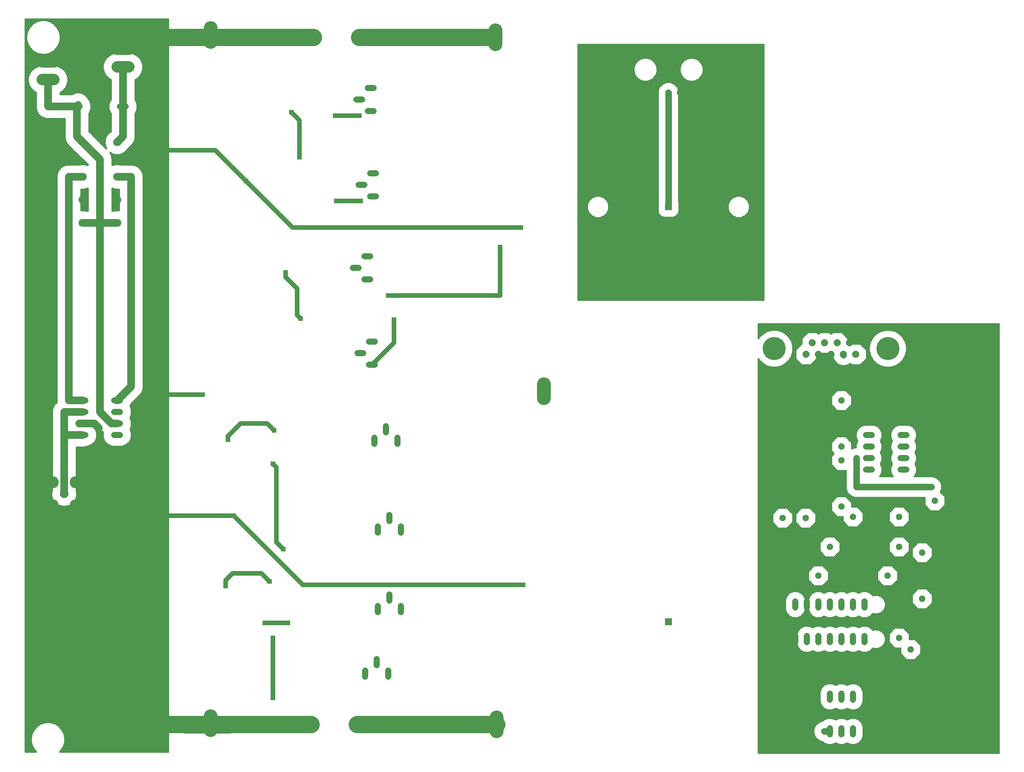
<source format=gbl>
G75*
%MOIN*%
%OFA0B0*%
%FSLAX25Y25*%
%IPPOS*%
%LPD*%
%AMOC8*
5,1,8,0,0,1.08239X$1,22.5*
%
%ADD10C,0.10039*%
%ADD11C,0.07500*%
%ADD12C,0.10500*%
%ADD13C,0.05200*%
%ADD14C,0.07087*%
%ADD15C,0.11850*%
%ADD16OC8,0.05200*%
%ADD17OC8,0.06000*%
%ADD18C,0.20000*%
%ADD19R,0.05937X0.05937*%
%ADD20C,0.05543*%
%ADD21C,0.01600*%
%ADD22C,0.06600*%
%ADD23C,0.15000*%
%ADD24R,0.03962X0.03962*%
%ADD25C,0.05600*%
%ADD26C,0.04000*%
%ADD27C,0.02400*%
D10*
X0023780Y0592005D02*
X0033820Y0592005D01*
X0033820Y0607595D02*
X0023780Y0607595D01*
X0088780Y0603005D02*
X0098820Y0603005D01*
X0098820Y0618595D02*
X0088780Y0618595D01*
D11*
X0042800Y0232800D03*
D12*
X0032761Y0222761D03*
X0032761Y0242839D03*
X0052839Y0242839D03*
X0052839Y0222761D03*
D13*
X0056200Y0283800D02*
X0061400Y0283800D01*
X0061400Y0293800D02*
X0056200Y0293800D01*
X0056200Y0303800D02*
X0061400Y0303800D01*
X0061400Y0313800D02*
X0056200Y0313800D01*
X0086200Y0313800D02*
X0091400Y0313800D01*
X0091400Y0303800D02*
X0086200Y0303800D01*
X0086200Y0293800D02*
X0091400Y0293800D01*
X0091400Y0283800D02*
X0086200Y0283800D01*
X0297200Y0354800D02*
X0302400Y0354800D01*
X0307200Y0344800D02*
X0312400Y0344800D01*
X0312400Y0364800D02*
X0307200Y0364800D01*
X0308400Y0418800D02*
X0303200Y0418800D01*
X0298400Y0428800D02*
X0293200Y0428800D01*
X0303200Y0438800D02*
X0308400Y0438800D01*
X0308200Y0490800D02*
X0313400Y0490800D01*
X0303400Y0500800D02*
X0298200Y0500800D01*
X0308200Y0510800D02*
X0313400Y0510800D01*
X0311400Y0564800D02*
X0306200Y0564800D01*
X0301400Y0574800D02*
X0296200Y0574800D01*
X0306200Y0584800D02*
X0311400Y0584800D01*
X0096400Y0568800D02*
X0091200Y0568800D01*
X0056400Y0568800D02*
X0051200Y0568800D01*
X0321800Y0291400D02*
X0321800Y0286200D01*
X0311800Y0281400D02*
X0311800Y0276200D01*
X0331800Y0276200D02*
X0331800Y0281400D01*
X0324800Y0214400D02*
X0324800Y0209200D01*
X0314800Y0204400D02*
X0314800Y0199200D01*
X0334800Y0199200D02*
X0334800Y0204400D01*
X0324800Y0145400D02*
X0324800Y0140200D01*
X0314800Y0135400D02*
X0314800Y0130200D01*
X0334800Y0130200D02*
X0334800Y0135400D01*
X0313800Y0089400D02*
X0313800Y0084200D01*
X0303800Y0079400D02*
X0303800Y0074200D01*
X0323800Y0074200D02*
X0323800Y0079400D01*
X0676800Y0104200D02*
X0676800Y0109400D01*
X0686800Y0109400D02*
X0686800Y0104200D01*
X0696800Y0104200D02*
X0696800Y0109400D01*
X0706800Y0109400D02*
X0706800Y0104200D01*
X0716800Y0104200D02*
X0716800Y0109400D01*
X0726800Y0109400D02*
X0726800Y0104200D01*
X0736800Y0104200D02*
X0736800Y0109400D01*
X0736800Y0134200D02*
X0736800Y0139400D01*
X0726800Y0139400D02*
X0726800Y0134200D01*
X0716800Y0134200D02*
X0716800Y0139400D01*
X0706800Y0139400D02*
X0706800Y0134200D01*
X0696800Y0134200D02*
X0696800Y0139400D01*
X0686800Y0139400D02*
X0686800Y0134200D01*
X0676800Y0134200D02*
X0676800Y0139400D01*
X0706800Y0059400D02*
X0706800Y0054200D01*
X0716800Y0054200D02*
X0716800Y0059400D01*
X0726800Y0059400D02*
X0726800Y0054200D01*
X0726800Y0029400D02*
X0726800Y0024200D01*
X0716800Y0024200D02*
X0716800Y0029400D01*
X0706800Y0029400D02*
X0706800Y0024200D01*
X0738200Y0253800D02*
X0743400Y0253800D01*
X0743400Y0263800D02*
X0738200Y0263800D01*
X0738200Y0273800D02*
X0743400Y0273800D01*
X0743400Y0283800D02*
X0738200Y0283800D01*
X0768200Y0283800D02*
X0773400Y0283800D01*
X0773400Y0273800D02*
X0768200Y0273800D01*
X0768200Y0263800D02*
X0773400Y0263800D01*
X0773400Y0253800D02*
X0768200Y0253800D01*
D14*
X0088800Y0467800D03*
X0088800Y0487800D03*
X0088800Y0507800D03*
X0088800Y0537800D03*
X0058800Y0537800D03*
X0058800Y0507800D03*
X0058800Y0487800D03*
X0058800Y0467800D03*
D15*
X0169800Y0624875D02*
X0169800Y0636725D01*
X0416800Y0634725D02*
X0416800Y0622875D01*
X0458800Y0327725D02*
X0458800Y0315875D01*
X0417800Y0038725D02*
X0417800Y0026875D01*
X0169800Y0027875D02*
X0169800Y0039725D01*
D16*
X0665800Y0211800D03*
X0685800Y0211800D03*
X0706800Y0186800D03*
X0726800Y0212800D03*
X0716800Y0221800D03*
X0746800Y0212800D03*
X0766800Y0212800D03*
X0786800Y0212800D03*
X0797800Y0226800D03*
X0766800Y0186800D03*
X0786800Y0181800D03*
X0756800Y0161800D03*
X0786800Y0141800D03*
X0786800Y0107800D03*
X0776800Y0097800D03*
X0766800Y0107800D03*
X0696800Y0161800D03*
X0716800Y0261800D03*
X0716800Y0273800D03*
X0716800Y0313800D03*
X0797800Y0266800D03*
X0028800Y0548800D03*
X0028800Y0568800D03*
D17*
X0258800Y0628800D03*
X0298800Y0628800D03*
X0686200Y0353800D03*
X0697000Y0353800D03*
X0691600Y0363800D03*
X0702400Y0363800D03*
X0713200Y0363800D03*
X0707800Y0353800D03*
X0718600Y0353800D03*
X0729400Y0353800D03*
X0724000Y0363800D03*
X0296800Y0032800D03*
X0256800Y0032800D03*
D18*
X0658500Y0358800D03*
X0757100Y0358800D03*
D19*
X0566800Y0481800D03*
X0566800Y0121800D03*
D20*
X0566800Y0580800D03*
X0576800Y0580800D03*
D21*
X0009200Y0644400D02*
X0009200Y0009200D01*
X0018364Y0009200D01*
X0016897Y0010667D01*
X0014939Y0014058D01*
X0013925Y0017842D01*
X0013925Y0021758D01*
X0014939Y0025542D01*
X0016897Y0028933D01*
X0019667Y0031703D01*
X0023058Y0033661D01*
X0026842Y0034675D01*
X0030758Y0034675D01*
X0034542Y0033661D01*
X0037933Y0031703D01*
X0040703Y0028933D01*
X0042661Y0025542D01*
X0043675Y0021758D01*
X0043675Y0017842D01*
X0042661Y0014058D01*
X0040703Y0010667D01*
X0039236Y0009200D01*
X0132800Y0009200D01*
X0132800Y0644400D01*
X0009200Y0644400D01*
X0009200Y0642803D02*
X0019588Y0642803D01*
X0019058Y0642661D02*
X0015667Y0640703D01*
X0012897Y0637933D01*
X0010939Y0634542D01*
X0009925Y0630758D01*
X0009925Y0626842D01*
X0010939Y0623058D01*
X0012897Y0619667D01*
X0015667Y0616897D01*
X0019058Y0614939D01*
X0022842Y0613925D01*
X0026758Y0613925D01*
X0030542Y0614939D01*
X0033933Y0616897D01*
X0036703Y0619667D01*
X0038661Y0623058D01*
X0039675Y0626842D01*
X0039675Y0630758D01*
X0038661Y0634542D01*
X0036703Y0637933D01*
X0033933Y0640703D01*
X0030542Y0642661D01*
X0026758Y0643675D01*
X0022842Y0643675D01*
X0019058Y0642661D01*
X0016535Y0641205D02*
X0009200Y0641205D01*
X0009200Y0639606D02*
X0014570Y0639606D01*
X0012971Y0638008D02*
X0009200Y0638008D01*
X0009200Y0636409D02*
X0012017Y0636409D01*
X0011094Y0634810D02*
X0009200Y0634810D01*
X0009200Y0633212D02*
X0010582Y0633212D01*
X0010154Y0631613D02*
X0009200Y0631613D01*
X0009200Y0630015D02*
X0009925Y0630015D01*
X0009925Y0628416D02*
X0009200Y0628416D01*
X0009200Y0626818D02*
X0009931Y0626818D01*
X0010360Y0625219D02*
X0009200Y0625219D01*
X0009200Y0623621D02*
X0010788Y0623621D01*
X0011537Y0622022D02*
X0009200Y0622022D01*
X0009200Y0620424D02*
X0012460Y0620424D01*
X0013738Y0618825D02*
X0009200Y0618825D01*
X0009200Y0617227D02*
X0015337Y0617227D01*
X0017864Y0615628D02*
X0009200Y0615628D01*
X0009200Y0614030D02*
X0022450Y0614030D01*
X0027150Y0614030D02*
X0083037Y0614030D01*
X0083986Y0614578D02*
X0081154Y0612943D01*
X0078842Y0610631D01*
X0077207Y0607799D01*
X0076361Y0604640D01*
X0076361Y0601370D01*
X0077207Y0598211D01*
X0078842Y0595379D01*
X0081154Y0593066D01*
X0083100Y0591943D01*
X0083100Y0574842D01*
X0082722Y0574465D01*
X0081200Y0570789D01*
X0081200Y0566811D01*
X0082722Y0563135D01*
X0083100Y0562758D01*
X0083100Y0547232D01*
X0082895Y0547027D01*
X0082081Y0546557D01*
X0080043Y0544519D01*
X0078602Y0542024D01*
X0077857Y0539241D01*
X0077857Y0536359D01*
X0078602Y0533576D01*
X0079212Y0532520D01*
X0068027Y0543705D01*
X0067557Y0544519D01*
X0065519Y0546557D01*
X0064705Y0547027D01*
X0064500Y0547232D01*
X0064500Y0562758D01*
X0064878Y0563135D01*
X0066400Y0566811D01*
X0066400Y0570789D01*
X0064878Y0574465D01*
X0063895Y0575447D01*
X0062962Y0577063D01*
X0061063Y0578962D01*
X0058737Y0580305D01*
X0056143Y0581000D01*
X0053457Y0581000D01*
X0050863Y0580305D01*
X0049469Y0579500D01*
X0039500Y0579500D01*
X0039500Y0580943D01*
X0041446Y0582066D01*
X0043758Y0584379D01*
X0045393Y0587211D01*
X0046239Y0590370D01*
X0046239Y0593640D01*
X0045393Y0596799D01*
X0043758Y0599631D01*
X0041446Y0601943D01*
X0038613Y0603578D01*
X0035455Y0604424D01*
X0022145Y0604424D01*
X0018986Y0603578D01*
X0016154Y0601943D01*
X0013842Y0599631D01*
X0012207Y0596799D01*
X0011361Y0593640D01*
X0011361Y0590370D01*
X0012207Y0587211D01*
X0013842Y0584379D01*
X0016154Y0582066D01*
X0018100Y0580943D01*
X0018100Y0567391D01*
X0018800Y0564779D01*
X0018800Y0564658D01*
X0018886Y0564572D01*
X0020238Y0562230D01*
X0022230Y0560238D01*
X0024572Y0558886D01*
X0024658Y0558800D01*
X0024779Y0558800D01*
X0027391Y0558100D01*
X0043100Y0558100D01*
X0043100Y0541391D01*
X0043829Y0538670D01*
X0045238Y0536230D01*
X0049573Y0531895D01*
X0050043Y0531081D01*
X0052081Y0529043D01*
X0052895Y0528573D01*
X0063100Y0518368D01*
X0063100Y0517954D01*
X0063024Y0517998D01*
X0060241Y0518743D01*
X0057359Y0518743D01*
X0056451Y0518500D01*
X0045391Y0518500D01*
X0042670Y0517771D01*
X0040230Y0516362D01*
X0038238Y0514370D01*
X0036829Y0511930D01*
X0036100Y0509209D01*
X0036100Y0312391D01*
X0036134Y0312266D01*
X0034238Y0310370D01*
X0032829Y0307930D01*
X0032100Y0305209D01*
X0032100Y0235947D01*
X0031650Y0234268D01*
X0031650Y0231332D01*
X0032410Y0228496D01*
X0033878Y0225954D01*
X0035954Y0223878D01*
X0038496Y0222410D01*
X0041332Y0221650D01*
X0044268Y0221650D01*
X0047104Y0222410D01*
X0049646Y0223878D01*
X0051722Y0225954D01*
X0053190Y0228496D01*
X0053950Y0231332D01*
X0053950Y0234268D01*
X0053500Y0235947D01*
X0053500Y0273100D01*
X0060209Y0273100D01*
X0062821Y0273800D01*
X0063389Y0273800D01*
X0067065Y0275322D01*
X0069878Y0278135D01*
X0071400Y0281811D01*
X0071400Y0285789D01*
X0069878Y0289465D01*
X0067065Y0292278D01*
X0063389Y0293800D01*
X0067065Y0295322D01*
X0067105Y0295363D01*
X0067230Y0295238D01*
X0067230Y0295238D01*
X0076340Y0286128D01*
X0076200Y0285789D01*
X0076200Y0281811D01*
X0077722Y0278135D01*
X0080535Y0275322D01*
X0084211Y0273800D01*
X0093389Y0273800D01*
X0097065Y0275322D01*
X0099878Y0278135D01*
X0101400Y0281811D01*
X0101400Y0285789D01*
X0100153Y0288800D01*
X0101400Y0291811D01*
X0101400Y0295789D01*
X0100153Y0298800D01*
X0101400Y0301811D01*
X0101400Y0305789D01*
X0100153Y0308800D01*
X0101016Y0310884D01*
X0109362Y0319230D01*
X0110771Y0321670D01*
X0111500Y0324391D01*
X0111500Y0509209D01*
X0110771Y0511930D01*
X0109362Y0514370D01*
X0107370Y0516362D01*
X0104930Y0517771D01*
X0102209Y0518500D01*
X0091149Y0518500D01*
X0090241Y0518743D01*
X0087359Y0518743D01*
X0084576Y0517998D01*
X0084500Y0517954D01*
X0084500Y0524209D01*
X0083771Y0526930D01*
X0082786Y0528636D01*
X0084576Y0527602D01*
X0087359Y0526857D01*
X0090241Y0526857D01*
X0093024Y0527602D01*
X0095519Y0529043D01*
X0097557Y0531081D01*
X0098027Y0531895D01*
X0102362Y0536230D01*
X0103771Y0538670D01*
X0104500Y0541391D01*
X0104500Y0562758D01*
X0104878Y0563135D01*
X0106400Y0566811D01*
X0106400Y0570789D01*
X0104878Y0574465D01*
X0104500Y0574842D01*
X0104500Y0591943D01*
X0106446Y0593066D01*
X0108758Y0595379D01*
X0110393Y0598211D01*
X0111239Y0601370D01*
X0111239Y0604640D01*
X0110393Y0607799D01*
X0108758Y0610631D01*
X0106446Y0612943D01*
X0103613Y0614578D01*
X0100455Y0615424D01*
X0087145Y0615424D01*
X0083986Y0614578D01*
X0080643Y0612431D02*
X0009200Y0612431D01*
X0009200Y0610833D02*
X0079044Y0610833D01*
X0078036Y0609234D02*
X0009200Y0609234D01*
X0009200Y0607636D02*
X0077163Y0607636D01*
X0076735Y0606037D02*
X0009200Y0606037D01*
X0009200Y0604439D02*
X0076361Y0604439D01*
X0076361Y0602840D02*
X0039891Y0602840D01*
X0042147Y0601242D02*
X0076395Y0601242D01*
X0076823Y0599643D02*
X0043745Y0599643D01*
X0044673Y0598045D02*
X0077303Y0598045D01*
X0078226Y0596446D02*
X0045487Y0596446D01*
X0045916Y0594848D02*
X0079373Y0594848D01*
X0080972Y0593249D02*
X0046239Y0593249D01*
X0046239Y0591651D02*
X0083100Y0591651D01*
X0083100Y0590052D02*
X0046154Y0590052D01*
X0045726Y0588454D02*
X0083100Y0588454D01*
X0083100Y0586855D02*
X0045188Y0586855D01*
X0044265Y0585257D02*
X0083100Y0585257D01*
X0083100Y0583658D02*
X0043037Y0583658D01*
X0041434Y0582060D02*
X0083100Y0582060D01*
X0083100Y0580461D02*
X0058154Y0580461D01*
X0061162Y0578863D02*
X0083100Y0578863D01*
X0083100Y0577264D02*
X0062761Y0577264D01*
X0063769Y0575666D02*
X0083100Y0575666D01*
X0082558Y0574067D02*
X0065042Y0574067D01*
X0065704Y0572469D02*
X0081896Y0572469D01*
X0081234Y0570870D02*
X0066366Y0570870D01*
X0066400Y0569272D02*
X0081200Y0569272D01*
X0081200Y0567673D02*
X0066400Y0567673D01*
X0066095Y0566074D02*
X0081505Y0566074D01*
X0082167Y0564476D02*
X0065433Y0564476D01*
X0064620Y0562877D02*
X0082980Y0562877D01*
X0083100Y0561279D02*
X0064500Y0561279D01*
X0064500Y0559680D02*
X0083100Y0559680D01*
X0083100Y0558082D02*
X0064500Y0558082D01*
X0064500Y0556483D02*
X0083100Y0556483D01*
X0083100Y0554885D02*
X0064500Y0554885D01*
X0064500Y0553286D02*
X0083100Y0553286D01*
X0083100Y0551688D02*
X0064500Y0551688D01*
X0064500Y0550089D02*
X0083100Y0550089D01*
X0083100Y0548491D02*
X0064500Y0548491D01*
X0064938Y0546892D02*
X0082662Y0546892D01*
X0080818Y0545294D02*
X0066782Y0545294D01*
X0068037Y0543695D02*
X0079567Y0543695D01*
X0078645Y0542097D02*
X0069635Y0542097D01*
X0071234Y0540498D02*
X0078194Y0540498D01*
X0077857Y0538900D02*
X0072832Y0538900D01*
X0074431Y0537301D02*
X0077857Y0537301D01*
X0078033Y0535703D02*
X0076029Y0535703D01*
X0077628Y0534104D02*
X0078461Y0534104D01*
X0083320Y0527710D02*
X0084389Y0527710D01*
X0083990Y0526112D02*
X0132800Y0526112D01*
X0132800Y0527710D02*
X0093211Y0527710D01*
X0095785Y0529309D02*
X0132800Y0529309D01*
X0132800Y0530907D02*
X0097383Y0530907D01*
X0098638Y0532506D02*
X0132800Y0532506D01*
X0132800Y0534104D02*
X0100236Y0534104D01*
X0101835Y0535703D02*
X0132800Y0535703D01*
X0132800Y0537301D02*
X0102981Y0537301D01*
X0103832Y0538900D02*
X0132800Y0538900D01*
X0132800Y0540498D02*
X0104261Y0540498D01*
X0104500Y0542097D02*
X0132800Y0542097D01*
X0132800Y0543695D02*
X0104500Y0543695D01*
X0104500Y0545294D02*
X0132800Y0545294D01*
X0132800Y0546892D02*
X0104500Y0546892D01*
X0104500Y0548491D02*
X0132800Y0548491D01*
X0132800Y0550089D02*
X0104500Y0550089D01*
X0104500Y0551688D02*
X0132800Y0551688D01*
X0132800Y0553286D02*
X0104500Y0553286D01*
X0104500Y0554885D02*
X0132800Y0554885D01*
X0132800Y0556483D02*
X0104500Y0556483D01*
X0104500Y0558082D02*
X0132800Y0558082D01*
X0132800Y0559680D02*
X0104500Y0559680D01*
X0104500Y0561279D02*
X0132800Y0561279D01*
X0132800Y0562877D02*
X0104620Y0562877D01*
X0105433Y0564476D02*
X0132800Y0564476D01*
X0132800Y0566074D02*
X0106095Y0566074D01*
X0106400Y0567673D02*
X0132800Y0567673D01*
X0132800Y0569272D02*
X0106400Y0569272D01*
X0106366Y0570870D02*
X0132800Y0570870D01*
X0132800Y0572469D02*
X0105704Y0572469D01*
X0105042Y0574067D02*
X0132800Y0574067D01*
X0132800Y0575666D02*
X0104500Y0575666D01*
X0104500Y0577264D02*
X0132800Y0577264D01*
X0132800Y0578863D02*
X0104500Y0578863D01*
X0104500Y0580461D02*
X0132800Y0580461D01*
X0132800Y0582060D02*
X0104500Y0582060D01*
X0104500Y0583658D02*
X0132800Y0583658D01*
X0132800Y0585257D02*
X0104500Y0585257D01*
X0104500Y0586855D02*
X0132800Y0586855D01*
X0132800Y0588454D02*
X0104500Y0588454D01*
X0104500Y0590052D02*
X0132800Y0590052D01*
X0132800Y0591651D02*
X0104500Y0591651D01*
X0106628Y0593249D02*
X0132800Y0593249D01*
X0132800Y0594848D02*
X0108227Y0594848D01*
X0109374Y0596446D02*
X0132800Y0596446D01*
X0132800Y0598045D02*
X0110297Y0598045D01*
X0110777Y0599643D02*
X0132800Y0599643D01*
X0132800Y0601242D02*
X0111205Y0601242D01*
X0111239Y0602840D02*
X0132800Y0602840D01*
X0132800Y0604439D02*
X0111239Y0604439D01*
X0110865Y0606037D02*
X0132800Y0606037D01*
X0132800Y0607636D02*
X0110437Y0607636D01*
X0109564Y0609234D02*
X0132800Y0609234D01*
X0132800Y0610833D02*
X0108556Y0610833D01*
X0106957Y0612431D02*
X0132800Y0612431D01*
X0132800Y0614030D02*
X0104563Y0614030D01*
X0132800Y0615628D02*
X0031736Y0615628D01*
X0034263Y0617227D02*
X0132800Y0617227D01*
X0132800Y0618825D02*
X0035862Y0618825D01*
X0037140Y0620424D02*
X0132800Y0620424D01*
X0132800Y0622022D02*
X0038063Y0622022D01*
X0038812Y0623621D02*
X0132800Y0623621D01*
X0132800Y0625219D02*
X0039240Y0625219D01*
X0039669Y0626818D02*
X0132800Y0626818D01*
X0132800Y0628416D02*
X0039675Y0628416D01*
X0039675Y0630015D02*
X0132800Y0630015D01*
X0132800Y0631613D02*
X0039446Y0631613D01*
X0039018Y0633212D02*
X0132800Y0633212D01*
X0132800Y0634810D02*
X0038506Y0634810D01*
X0037583Y0636409D02*
X0132800Y0636409D01*
X0132800Y0638008D02*
X0036629Y0638008D01*
X0035030Y0639606D02*
X0132800Y0639606D01*
X0132800Y0641205D02*
X0033065Y0641205D01*
X0030012Y0642803D02*
X0132800Y0642803D01*
X0051446Y0580461D02*
X0039500Y0580461D01*
X0018100Y0580461D02*
X0009200Y0580461D01*
X0009200Y0578863D02*
X0018100Y0578863D01*
X0018100Y0577264D02*
X0009200Y0577264D01*
X0009200Y0575666D02*
X0018100Y0575666D01*
X0018100Y0574067D02*
X0009200Y0574067D01*
X0009200Y0572469D02*
X0018100Y0572469D01*
X0018100Y0570870D02*
X0009200Y0570870D01*
X0009200Y0569272D02*
X0018100Y0569272D01*
X0018100Y0567673D02*
X0009200Y0567673D01*
X0009200Y0566074D02*
X0018453Y0566074D01*
X0018941Y0564476D02*
X0009200Y0564476D01*
X0009200Y0562877D02*
X0019864Y0562877D01*
X0021189Y0561279D02*
X0009200Y0561279D01*
X0009200Y0559680D02*
X0023196Y0559680D01*
X0009200Y0558082D02*
X0043100Y0558082D01*
X0043100Y0556483D02*
X0009200Y0556483D01*
X0009200Y0554885D02*
X0043100Y0554885D01*
X0043100Y0553286D02*
X0009200Y0553286D01*
X0009200Y0551688D02*
X0043100Y0551688D01*
X0043100Y0550089D02*
X0009200Y0550089D01*
X0009200Y0548491D02*
X0043100Y0548491D01*
X0043100Y0546892D02*
X0009200Y0546892D01*
X0009200Y0545294D02*
X0043100Y0545294D01*
X0043100Y0543695D02*
X0009200Y0543695D01*
X0009200Y0542097D02*
X0043100Y0542097D01*
X0043339Y0540498D02*
X0009200Y0540498D01*
X0009200Y0538900D02*
X0043768Y0538900D01*
X0044619Y0537301D02*
X0009200Y0537301D01*
X0009200Y0535703D02*
X0045765Y0535703D01*
X0047364Y0534104D02*
X0009200Y0534104D01*
X0009200Y0532506D02*
X0048962Y0532506D01*
X0050217Y0530907D02*
X0009200Y0530907D01*
X0009200Y0529309D02*
X0051815Y0529309D01*
X0053758Y0527710D02*
X0009200Y0527710D01*
X0009200Y0526112D02*
X0055356Y0526112D01*
X0056955Y0524513D02*
X0009200Y0524513D01*
X0009200Y0522915D02*
X0058553Y0522915D01*
X0060152Y0521316D02*
X0009200Y0521316D01*
X0009200Y0519718D02*
X0061750Y0519718D01*
X0062570Y0518119D02*
X0063100Y0518119D01*
X0043970Y0518119D02*
X0009200Y0518119D01*
X0009200Y0516521D02*
X0040505Y0516521D01*
X0038790Y0514922D02*
X0009200Y0514922D01*
X0009200Y0513324D02*
X0037634Y0513324D01*
X0036774Y0511725D02*
X0009200Y0511725D01*
X0009200Y0510127D02*
X0036346Y0510127D01*
X0036100Y0508528D02*
X0009200Y0508528D01*
X0009200Y0506930D02*
X0036100Y0506930D01*
X0036100Y0505331D02*
X0009200Y0505331D01*
X0009200Y0503733D02*
X0036100Y0503733D01*
X0036100Y0502134D02*
X0009200Y0502134D01*
X0009200Y0500536D02*
X0036100Y0500536D01*
X0036100Y0498937D02*
X0009200Y0498937D01*
X0009200Y0497339D02*
X0036100Y0497339D01*
X0036100Y0495740D02*
X0009200Y0495740D01*
X0009200Y0494141D02*
X0036100Y0494141D01*
X0036100Y0492543D02*
X0009200Y0492543D01*
X0009200Y0490944D02*
X0036100Y0490944D01*
X0036100Y0489346D02*
X0009200Y0489346D01*
X0009200Y0487747D02*
X0036100Y0487747D01*
X0036100Y0486149D02*
X0009200Y0486149D01*
X0009200Y0484550D02*
X0036100Y0484550D01*
X0036100Y0482952D02*
X0009200Y0482952D01*
X0009200Y0481353D02*
X0036100Y0481353D01*
X0036100Y0479755D02*
X0009200Y0479755D01*
X0009200Y0478156D02*
X0036100Y0478156D01*
X0036100Y0476558D02*
X0009200Y0476558D01*
X0009200Y0474959D02*
X0036100Y0474959D01*
X0036100Y0473361D02*
X0009200Y0473361D01*
X0009200Y0471762D02*
X0036100Y0471762D01*
X0036100Y0470164D02*
X0009200Y0470164D01*
X0009200Y0468565D02*
X0036100Y0468565D01*
X0036100Y0466967D02*
X0009200Y0466967D01*
X0009200Y0465368D02*
X0036100Y0465368D01*
X0036100Y0463770D02*
X0009200Y0463770D01*
X0009200Y0462171D02*
X0036100Y0462171D01*
X0036100Y0460573D02*
X0009200Y0460573D01*
X0009200Y0458974D02*
X0036100Y0458974D01*
X0036100Y0457376D02*
X0009200Y0457376D01*
X0009200Y0455777D02*
X0036100Y0455777D01*
X0036100Y0454179D02*
X0009200Y0454179D01*
X0009200Y0452580D02*
X0036100Y0452580D01*
X0036100Y0450982D02*
X0009200Y0450982D01*
X0009200Y0449383D02*
X0036100Y0449383D01*
X0036100Y0447785D02*
X0009200Y0447785D01*
X0009200Y0446186D02*
X0036100Y0446186D01*
X0036100Y0444588D02*
X0009200Y0444588D01*
X0009200Y0442989D02*
X0036100Y0442989D01*
X0036100Y0441391D02*
X0009200Y0441391D01*
X0009200Y0439792D02*
X0036100Y0439792D01*
X0036100Y0438194D02*
X0009200Y0438194D01*
X0009200Y0436595D02*
X0036100Y0436595D01*
X0036100Y0434997D02*
X0009200Y0434997D01*
X0009200Y0433398D02*
X0036100Y0433398D01*
X0036100Y0431800D02*
X0009200Y0431800D01*
X0009200Y0430201D02*
X0036100Y0430201D01*
X0036100Y0428603D02*
X0009200Y0428603D01*
X0009200Y0427004D02*
X0036100Y0427004D01*
X0036100Y0425405D02*
X0009200Y0425405D01*
X0009200Y0423807D02*
X0036100Y0423807D01*
X0036100Y0422208D02*
X0009200Y0422208D01*
X0009200Y0420610D02*
X0036100Y0420610D01*
X0036100Y0419011D02*
X0009200Y0419011D01*
X0009200Y0417413D02*
X0036100Y0417413D01*
X0036100Y0415814D02*
X0009200Y0415814D01*
X0009200Y0414216D02*
X0036100Y0414216D01*
X0036100Y0412617D02*
X0009200Y0412617D01*
X0009200Y0411019D02*
X0036100Y0411019D01*
X0036100Y0409420D02*
X0009200Y0409420D01*
X0009200Y0407822D02*
X0036100Y0407822D01*
X0036100Y0406223D02*
X0009200Y0406223D01*
X0009200Y0404625D02*
X0036100Y0404625D01*
X0036100Y0403026D02*
X0009200Y0403026D01*
X0009200Y0401428D02*
X0036100Y0401428D01*
X0036100Y0399829D02*
X0009200Y0399829D01*
X0009200Y0398231D02*
X0036100Y0398231D01*
X0036100Y0396632D02*
X0009200Y0396632D01*
X0009200Y0395034D02*
X0036100Y0395034D01*
X0036100Y0393435D02*
X0009200Y0393435D01*
X0009200Y0391837D02*
X0036100Y0391837D01*
X0036100Y0390238D02*
X0009200Y0390238D01*
X0009200Y0388640D02*
X0036100Y0388640D01*
X0036100Y0387041D02*
X0009200Y0387041D01*
X0009200Y0385443D02*
X0036100Y0385443D01*
X0036100Y0383844D02*
X0009200Y0383844D01*
X0009200Y0382246D02*
X0036100Y0382246D01*
X0036100Y0380647D02*
X0009200Y0380647D01*
X0009200Y0379049D02*
X0036100Y0379049D01*
X0036100Y0377450D02*
X0009200Y0377450D01*
X0009200Y0375852D02*
X0036100Y0375852D01*
X0036100Y0374253D02*
X0009200Y0374253D01*
X0009200Y0372655D02*
X0036100Y0372655D01*
X0036100Y0371056D02*
X0009200Y0371056D01*
X0009200Y0369458D02*
X0036100Y0369458D01*
X0036100Y0367859D02*
X0009200Y0367859D01*
X0009200Y0366261D02*
X0036100Y0366261D01*
X0036100Y0364662D02*
X0009200Y0364662D01*
X0009200Y0363064D02*
X0036100Y0363064D01*
X0036100Y0361465D02*
X0009200Y0361465D01*
X0009200Y0359867D02*
X0036100Y0359867D01*
X0036100Y0358268D02*
X0009200Y0358268D01*
X0009200Y0356670D02*
X0036100Y0356670D01*
X0036100Y0355071D02*
X0009200Y0355071D01*
X0009200Y0353472D02*
X0036100Y0353472D01*
X0036100Y0351874D02*
X0009200Y0351874D01*
X0009200Y0350275D02*
X0036100Y0350275D01*
X0036100Y0348677D02*
X0009200Y0348677D01*
X0009200Y0347078D02*
X0036100Y0347078D01*
X0036100Y0345480D02*
X0009200Y0345480D01*
X0009200Y0343881D02*
X0036100Y0343881D01*
X0036100Y0342283D02*
X0009200Y0342283D01*
X0009200Y0340684D02*
X0036100Y0340684D01*
X0036100Y0339086D02*
X0009200Y0339086D01*
X0009200Y0337487D02*
X0036100Y0337487D01*
X0036100Y0335889D02*
X0009200Y0335889D01*
X0009200Y0334290D02*
X0036100Y0334290D01*
X0036100Y0332692D02*
X0009200Y0332692D01*
X0009200Y0331093D02*
X0036100Y0331093D01*
X0036100Y0329495D02*
X0009200Y0329495D01*
X0009200Y0327896D02*
X0036100Y0327896D01*
X0036100Y0326298D02*
X0009200Y0326298D01*
X0009200Y0324699D02*
X0036100Y0324699D01*
X0036100Y0323101D02*
X0009200Y0323101D01*
X0009200Y0321502D02*
X0036100Y0321502D01*
X0036100Y0319904D02*
X0009200Y0319904D01*
X0009200Y0318305D02*
X0036100Y0318305D01*
X0036100Y0316707D02*
X0009200Y0316707D01*
X0009200Y0315108D02*
X0036100Y0315108D01*
X0036100Y0313510D02*
X0009200Y0313510D01*
X0009200Y0311911D02*
X0035779Y0311911D01*
X0034205Y0310313D02*
X0009200Y0310313D01*
X0009200Y0308714D02*
X0033282Y0308714D01*
X0032611Y0307116D02*
X0009200Y0307116D01*
X0009200Y0305517D02*
X0032183Y0305517D01*
X0032100Y0303919D02*
X0009200Y0303919D01*
X0009200Y0302320D02*
X0032100Y0302320D01*
X0032100Y0300722D02*
X0009200Y0300722D01*
X0009200Y0299123D02*
X0032100Y0299123D01*
X0032100Y0297525D02*
X0009200Y0297525D01*
X0009200Y0295926D02*
X0032100Y0295926D01*
X0032100Y0294328D02*
X0009200Y0294328D01*
X0009200Y0292729D02*
X0032100Y0292729D01*
X0032100Y0291131D02*
X0009200Y0291131D01*
X0009200Y0289532D02*
X0032100Y0289532D01*
X0032100Y0287934D02*
X0009200Y0287934D01*
X0009200Y0286335D02*
X0032100Y0286335D01*
X0032100Y0284737D02*
X0009200Y0284737D01*
X0009200Y0283138D02*
X0032100Y0283138D01*
X0032100Y0281539D02*
X0009200Y0281539D01*
X0009200Y0279941D02*
X0032100Y0279941D01*
X0032100Y0278342D02*
X0009200Y0278342D01*
X0009200Y0276744D02*
X0032100Y0276744D01*
X0032100Y0275145D02*
X0009200Y0275145D01*
X0009200Y0273547D02*
X0032100Y0273547D01*
X0032100Y0271948D02*
X0009200Y0271948D01*
X0009200Y0270350D02*
X0032100Y0270350D01*
X0032100Y0268751D02*
X0009200Y0268751D01*
X0009200Y0267153D02*
X0032100Y0267153D01*
X0032100Y0265554D02*
X0009200Y0265554D01*
X0009200Y0263956D02*
X0032100Y0263956D01*
X0032100Y0262357D02*
X0009200Y0262357D01*
X0009200Y0260759D02*
X0032100Y0260759D01*
X0032100Y0259160D02*
X0009200Y0259160D01*
X0009200Y0257562D02*
X0032100Y0257562D01*
X0032100Y0255963D02*
X0009200Y0255963D01*
X0009200Y0254365D02*
X0032100Y0254365D01*
X0032100Y0252766D02*
X0009200Y0252766D01*
X0009200Y0251168D02*
X0032100Y0251168D01*
X0032100Y0249569D02*
X0009200Y0249569D01*
X0009200Y0247971D02*
X0032100Y0247971D01*
X0032100Y0246372D02*
X0009200Y0246372D01*
X0009200Y0244774D02*
X0032100Y0244774D01*
X0032100Y0243175D02*
X0009200Y0243175D01*
X0009200Y0241577D02*
X0032100Y0241577D01*
X0032100Y0239978D02*
X0009200Y0239978D01*
X0009200Y0238380D02*
X0032100Y0238380D01*
X0032100Y0236781D02*
X0009200Y0236781D01*
X0009200Y0235183D02*
X0031895Y0235183D01*
X0031650Y0233584D02*
X0009200Y0233584D01*
X0009200Y0231986D02*
X0031650Y0231986D01*
X0031903Y0230387D02*
X0009200Y0230387D01*
X0009200Y0228789D02*
X0032332Y0228789D01*
X0033164Y0227190D02*
X0009200Y0227190D01*
X0009200Y0225592D02*
X0034240Y0225592D01*
X0035838Y0223993D02*
X0009200Y0223993D01*
X0009200Y0222395D02*
X0038553Y0222395D01*
X0047047Y0222395D02*
X0132800Y0222395D01*
X0132800Y0223993D02*
X0049762Y0223993D01*
X0051360Y0225592D02*
X0132800Y0225592D01*
X0132800Y0227190D02*
X0052436Y0227190D01*
X0053268Y0228789D02*
X0132800Y0228789D01*
X0132800Y0230387D02*
X0053697Y0230387D01*
X0053950Y0231986D02*
X0132800Y0231986D01*
X0132800Y0233584D02*
X0053950Y0233584D01*
X0053705Y0235183D02*
X0132800Y0235183D01*
X0132800Y0236781D02*
X0053500Y0236781D01*
X0053500Y0238380D02*
X0132800Y0238380D01*
X0132800Y0239978D02*
X0053500Y0239978D01*
X0053500Y0241577D02*
X0132800Y0241577D01*
X0132800Y0243175D02*
X0053500Y0243175D01*
X0053500Y0244774D02*
X0132800Y0244774D01*
X0132800Y0246372D02*
X0053500Y0246372D01*
X0053500Y0247971D02*
X0132800Y0247971D01*
X0132800Y0249569D02*
X0053500Y0249569D01*
X0053500Y0251168D02*
X0132800Y0251168D01*
X0132800Y0252766D02*
X0053500Y0252766D01*
X0053500Y0254365D02*
X0132800Y0254365D01*
X0132800Y0255963D02*
X0053500Y0255963D01*
X0053500Y0257562D02*
X0132800Y0257562D01*
X0132800Y0259160D02*
X0053500Y0259160D01*
X0053500Y0260759D02*
X0132800Y0260759D01*
X0132800Y0262357D02*
X0053500Y0262357D01*
X0053500Y0263956D02*
X0132800Y0263956D01*
X0132800Y0265554D02*
X0053500Y0265554D01*
X0053500Y0267153D02*
X0132800Y0267153D01*
X0132800Y0268751D02*
X0053500Y0268751D01*
X0053500Y0270350D02*
X0132800Y0270350D01*
X0132800Y0271948D02*
X0053500Y0271948D01*
X0061877Y0273547D02*
X0132800Y0273547D01*
X0132800Y0275145D02*
X0096637Y0275145D01*
X0098486Y0276744D02*
X0132800Y0276744D01*
X0132800Y0278342D02*
X0099963Y0278342D01*
X0100625Y0279941D02*
X0132800Y0279941D01*
X0132800Y0281539D02*
X0101288Y0281539D01*
X0101400Y0283138D02*
X0132800Y0283138D01*
X0132800Y0284737D02*
X0101400Y0284737D01*
X0101174Y0286335D02*
X0132800Y0286335D01*
X0132800Y0287934D02*
X0100512Y0287934D01*
X0100456Y0289532D02*
X0132800Y0289532D01*
X0132800Y0291131D02*
X0101118Y0291131D01*
X0101400Y0292729D02*
X0132800Y0292729D01*
X0132800Y0294328D02*
X0101400Y0294328D01*
X0101343Y0295926D02*
X0132800Y0295926D01*
X0132800Y0297525D02*
X0100681Y0297525D01*
X0100287Y0299123D02*
X0132800Y0299123D01*
X0132800Y0300722D02*
X0100949Y0300722D01*
X0101400Y0302320D02*
X0132800Y0302320D01*
X0132800Y0303919D02*
X0101400Y0303919D01*
X0101400Y0305517D02*
X0132800Y0305517D01*
X0132800Y0307116D02*
X0100851Y0307116D01*
X0100188Y0308714D02*
X0132800Y0308714D01*
X0132800Y0310313D02*
X0100779Y0310313D01*
X0102043Y0311911D02*
X0132800Y0311911D01*
X0132800Y0313510D02*
X0103642Y0313510D01*
X0105240Y0315108D02*
X0132800Y0315108D01*
X0132800Y0316707D02*
X0106839Y0316707D01*
X0108437Y0318305D02*
X0132800Y0318305D01*
X0132800Y0319904D02*
X0109751Y0319904D01*
X0110674Y0321502D02*
X0132800Y0321502D01*
X0132800Y0323101D02*
X0111154Y0323101D01*
X0111500Y0324699D02*
X0132800Y0324699D01*
X0132800Y0326298D02*
X0111500Y0326298D01*
X0111500Y0327896D02*
X0132800Y0327896D01*
X0132800Y0329495D02*
X0111500Y0329495D01*
X0111500Y0331093D02*
X0132800Y0331093D01*
X0132800Y0332692D02*
X0111500Y0332692D01*
X0111500Y0334290D02*
X0132800Y0334290D01*
X0132800Y0335889D02*
X0111500Y0335889D01*
X0111500Y0337487D02*
X0132800Y0337487D01*
X0132800Y0339086D02*
X0111500Y0339086D01*
X0111500Y0340684D02*
X0132800Y0340684D01*
X0132800Y0342283D02*
X0111500Y0342283D01*
X0111500Y0343881D02*
X0132800Y0343881D01*
X0132800Y0345480D02*
X0111500Y0345480D01*
X0111500Y0347078D02*
X0132800Y0347078D01*
X0132800Y0348677D02*
X0111500Y0348677D01*
X0111500Y0350275D02*
X0132800Y0350275D01*
X0132800Y0351874D02*
X0111500Y0351874D01*
X0111500Y0353472D02*
X0132800Y0353472D01*
X0132800Y0355071D02*
X0111500Y0355071D01*
X0111500Y0356670D02*
X0132800Y0356670D01*
X0132800Y0358268D02*
X0111500Y0358268D01*
X0111500Y0359867D02*
X0132800Y0359867D01*
X0132800Y0361465D02*
X0111500Y0361465D01*
X0111500Y0363064D02*
X0132800Y0363064D01*
X0132800Y0364662D02*
X0111500Y0364662D01*
X0111500Y0366261D02*
X0132800Y0366261D01*
X0132800Y0367859D02*
X0111500Y0367859D01*
X0111500Y0369458D02*
X0132800Y0369458D01*
X0132800Y0371056D02*
X0111500Y0371056D01*
X0111500Y0372655D02*
X0132800Y0372655D01*
X0132800Y0374253D02*
X0111500Y0374253D01*
X0111500Y0375852D02*
X0132800Y0375852D01*
X0132800Y0377450D02*
X0111500Y0377450D01*
X0111500Y0379049D02*
X0132800Y0379049D01*
X0132800Y0380647D02*
X0111500Y0380647D01*
X0111500Y0382246D02*
X0132800Y0382246D01*
X0132800Y0383844D02*
X0111500Y0383844D01*
X0111500Y0385443D02*
X0132800Y0385443D01*
X0132800Y0387041D02*
X0111500Y0387041D01*
X0111500Y0388640D02*
X0132800Y0388640D01*
X0132800Y0390238D02*
X0111500Y0390238D01*
X0111500Y0391837D02*
X0132800Y0391837D01*
X0132800Y0393435D02*
X0111500Y0393435D01*
X0111500Y0395034D02*
X0132800Y0395034D01*
X0132800Y0396632D02*
X0111500Y0396632D01*
X0111500Y0398231D02*
X0132800Y0398231D01*
X0132800Y0399829D02*
X0111500Y0399829D01*
X0111500Y0401428D02*
X0132800Y0401428D01*
X0132800Y0403026D02*
X0111500Y0403026D01*
X0111500Y0404625D02*
X0132800Y0404625D01*
X0132800Y0406223D02*
X0111500Y0406223D01*
X0111500Y0407822D02*
X0132800Y0407822D01*
X0132800Y0409420D02*
X0111500Y0409420D01*
X0111500Y0411019D02*
X0132800Y0411019D01*
X0132800Y0412617D02*
X0111500Y0412617D01*
X0111500Y0414216D02*
X0132800Y0414216D01*
X0132800Y0415814D02*
X0111500Y0415814D01*
X0111500Y0417413D02*
X0132800Y0417413D01*
X0132800Y0419011D02*
X0111500Y0419011D01*
X0111500Y0420610D02*
X0132800Y0420610D01*
X0132800Y0422208D02*
X0111500Y0422208D01*
X0111500Y0423807D02*
X0132800Y0423807D01*
X0132800Y0425405D02*
X0111500Y0425405D01*
X0111500Y0427004D02*
X0132800Y0427004D01*
X0132800Y0428603D02*
X0111500Y0428603D01*
X0111500Y0430201D02*
X0132800Y0430201D01*
X0132800Y0431800D02*
X0111500Y0431800D01*
X0111500Y0433398D02*
X0132800Y0433398D01*
X0132800Y0434997D02*
X0111500Y0434997D01*
X0111500Y0436595D02*
X0132800Y0436595D01*
X0132800Y0438194D02*
X0111500Y0438194D01*
X0111500Y0439792D02*
X0132800Y0439792D01*
X0132800Y0441391D02*
X0111500Y0441391D01*
X0111500Y0442989D02*
X0132800Y0442989D01*
X0132800Y0444588D02*
X0111500Y0444588D01*
X0111500Y0446186D02*
X0132800Y0446186D01*
X0132800Y0447785D02*
X0111500Y0447785D01*
X0111500Y0449383D02*
X0132800Y0449383D01*
X0132800Y0450982D02*
X0111500Y0450982D01*
X0111500Y0452580D02*
X0132800Y0452580D01*
X0132800Y0454179D02*
X0111500Y0454179D01*
X0111500Y0455777D02*
X0132800Y0455777D01*
X0132800Y0457376D02*
X0111500Y0457376D01*
X0111500Y0458974D02*
X0132800Y0458974D01*
X0132800Y0460573D02*
X0111500Y0460573D01*
X0111500Y0462171D02*
X0132800Y0462171D01*
X0132800Y0463770D02*
X0111500Y0463770D01*
X0111500Y0465368D02*
X0132800Y0465368D01*
X0132800Y0466967D02*
X0111500Y0466967D01*
X0111500Y0468565D02*
X0132800Y0468565D01*
X0132800Y0470164D02*
X0111500Y0470164D01*
X0111500Y0471762D02*
X0132800Y0471762D01*
X0132800Y0473361D02*
X0111500Y0473361D01*
X0111500Y0474959D02*
X0132800Y0474959D01*
X0132800Y0476558D02*
X0111500Y0476558D01*
X0111500Y0478156D02*
X0132800Y0478156D01*
X0132800Y0479755D02*
X0111500Y0479755D01*
X0111500Y0481353D02*
X0132800Y0481353D01*
X0132800Y0482952D02*
X0111500Y0482952D01*
X0111500Y0484550D02*
X0132800Y0484550D01*
X0132800Y0486149D02*
X0111500Y0486149D01*
X0111500Y0487747D02*
X0132800Y0487747D01*
X0132800Y0489346D02*
X0111500Y0489346D01*
X0111500Y0490944D02*
X0132800Y0490944D01*
X0132800Y0492543D02*
X0111500Y0492543D01*
X0111500Y0494141D02*
X0132800Y0494141D01*
X0132800Y0495740D02*
X0111500Y0495740D01*
X0111500Y0497339D02*
X0132800Y0497339D01*
X0132800Y0498937D02*
X0111500Y0498937D01*
X0111500Y0500536D02*
X0132800Y0500536D01*
X0132800Y0502134D02*
X0111500Y0502134D01*
X0111500Y0503733D02*
X0132800Y0503733D01*
X0132800Y0505331D02*
X0111500Y0505331D01*
X0111500Y0506930D02*
X0132800Y0506930D01*
X0132800Y0508528D02*
X0111500Y0508528D01*
X0111254Y0510127D02*
X0132800Y0510127D01*
X0132800Y0511725D02*
X0110826Y0511725D01*
X0109966Y0513324D02*
X0132800Y0513324D01*
X0132800Y0514922D02*
X0108810Y0514922D01*
X0107095Y0516521D02*
X0132800Y0516521D01*
X0132800Y0518119D02*
X0103630Y0518119D01*
X0085030Y0518119D02*
X0084500Y0518119D01*
X0084500Y0519718D02*
X0132800Y0519718D01*
X0132800Y0521316D02*
X0084500Y0521316D01*
X0084500Y0522915D02*
X0132800Y0522915D01*
X0132800Y0524513D02*
X0084418Y0524513D01*
X0084500Y0497646D02*
X0084576Y0497602D01*
X0087359Y0496857D01*
X0090100Y0496857D01*
X0090100Y0478743D01*
X0087359Y0478743D01*
X0086451Y0478500D01*
X0084500Y0478500D01*
X0084500Y0497646D01*
X0084500Y0497339D02*
X0085561Y0497339D01*
X0084500Y0495740D02*
X0090100Y0495740D01*
X0090100Y0494141D02*
X0084500Y0494141D01*
X0084500Y0492543D02*
X0090100Y0492543D01*
X0090100Y0490944D02*
X0084500Y0490944D01*
X0084500Y0489346D02*
X0090100Y0489346D01*
X0090100Y0487747D02*
X0084500Y0487747D01*
X0084500Y0486149D02*
X0090100Y0486149D01*
X0090100Y0484550D02*
X0084500Y0484550D01*
X0084500Y0482952D02*
X0090100Y0482952D01*
X0090100Y0481353D02*
X0084500Y0481353D01*
X0084500Y0479755D02*
X0090100Y0479755D01*
X0063100Y0479755D02*
X0057500Y0479755D01*
X0057500Y0478743D02*
X0057500Y0496857D01*
X0060241Y0496857D01*
X0063024Y0497602D01*
X0063100Y0497646D01*
X0063100Y0478500D01*
X0061149Y0478500D01*
X0060241Y0478743D01*
X0057500Y0478743D01*
X0057500Y0481353D02*
X0063100Y0481353D01*
X0063100Y0482952D02*
X0057500Y0482952D01*
X0057500Y0484550D02*
X0063100Y0484550D01*
X0063100Y0486149D02*
X0057500Y0486149D01*
X0057500Y0487747D02*
X0063100Y0487747D01*
X0063100Y0489346D02*
X0057500Y0489346D01*
X0057500Y0490944D02*
X0063100Y0490944D01*
X0063100Y0492543D02*
X0057500Y0492543D01*
X0057500Y0494141D02*
X0063100Y0494141D01*
X0063100Y0495740D02*
X0057500Y0495740D01*
X0062039Y0497339D02*
X0063100Y0497339D01*
X0016166Y0582060D02*
X0009200Y0582060D01*
X0009200Y0583658D02*
X0014563Y0583658D01*
X0013335Y0585257D02*
X0009200Y0585257D01*
X0009200Y0586855D02*
X0012412Y0586855D01*
X0011874Y0588454D02*
X0009200Y0588454D01*
X0009200Y0590052D02*
X0011446Y0590052D01*
X0011361Y0591651D02*
X0009200Y0591651D01*
X0009200Y0593249D02*
X0011361Y0593249D01*
X0011684Y0594848D02*
X0009200Y0594848D01*
X0009200Y0596446D02*
X0012113Y0596446D01*
X0012927Y0598045D02*
X0009200Y0598045D01*
X0009200Y0599643D02*
X0013855Y0599643D01*
X0015453Y0601242D02*
X0009200Y0601242D01*
X0009200Y0602840D02*
X0017709Y0602840D01*
X0064663Y0294328D02*
X0068140Y0294328D01*
X0069739Y0292729D02*
X0065975Y0292729D01*
X0068212Y0291131D02*
X0071337Y0291131D01*
X0069810Y0289532D02*
X0072936Y0289532D01*
X0074534Y0287934D02*
X0070512Y0287934D01*
X0071174Y0286335D02*
X0076133Y0286335D01*
X0076200Y0284737D02*
X0071400Y0284737D01*
X0071400Y0283138D02*
X0076200Y0283138D01*
X0076312Y0281539D02*
X0071288Y0281539D01*
X0070625Y0279941D02*
X0076975Y0279941D01*
X0077637Y0278342D02*
X0069963Y0278342D01*
X0068486Y0276744D02*
X0079114Y0276744D01*
X0080963Y0275145D02*
X0066637Y0275145D01*
X0063389Y0293800D02*
X0062821Y0293800D01*
X0063389Y0293800D01*
X0062821Y0293800D02*
X0062821Y0293800D01*
X0009200Y0220796D02*
X0132800Y0220796D01*
X0132800Y0219198D02*
X0009200Y0219198D01*
X0009200Y0217599D02*
X0132800Y0217599D01*
X0132800Y0216001D02*
X0009200Y0216001D01*
X0009200Y0214402D02*
X0132800Y0214402D01*
X0132800Y0212803D02*
X0009200Y0212803D01*
X0009200Y0211205D02*
X0132800Y0211205D01*
X0132800Y0209606D02*
X0009200Y0209606D01*
X0009200Y0208008D02*
X0132800Y0208008D01*
X0132800Y0206409D02*
X0009200Y0206409D01*
X0009200Y0204811D02*
X0132800Y0204811D01*
X0132800Y0203212D02*
X0009200Y0203212D01*
X0009200Y0201614D02*
X0132800Y0201614D01*
X0132800Y0200015D02*
X0009200Y0200015D01*
X0009200Y0198417D02*
X0132800Y0198417D01*
X0132800Y0196818D02*
X0009200Y0196818D01*
X0009200Y0195220D02*
X0132800Y0195220D01*
X0132800Y0193621D02*
X0009200Y0193621D01*
X0009200Y0192023D02*
X0132800Y0192023D01*
X0132800Y0190424D02*
X0009200Y0190424D01*
X0009200Y0188826D02*
X0132800Y0188826D01*
X0132800Y0187227D02*
X0009200Y0187227D01*
X0009200Y0185629D02*
X0132800Y0185629D01*
X0132800Y0184030D02*
X0009200Y0184030D01*
X0009200Y0182432D02*
X0132800Y0182432D01*
X0132800Y0180833D02*
X0009200Y0180833D01*
X0009200Y0179235D02*
X0132800Y0179235D01*
X0132800Y0177636D02*
X0009200Y0177636D01*
X0009200Y0176038D02*
X0132800Y0176038D01*
X0132800Y0174439D02*
X0009200Y0174439D01*
X0009200Y0172841D02*
X0132800Y0172841D01*
X0132800Y0171242D02*
X0009200Y0171242D01*
X0009200Y0169644D02*
X0132800Y0169644D01*
X0132800Y0168045D02*
X0009200Y0168045D01*
X0009200Y0166447D02*
X0132800Y0166447D01*
X0132800Y0164848D02*
X0009200Y0164848D01*
X0009200Y0163250D02*
X0132800Y0163250D01*
X0132800Y0161651D02*
X0009200Y0161651D01*
X0009200Y0160053D02*
X0132800Y0160053D01*
X0132800Y0158454D02*
X0009200Y0158454D01*
X0009200Y0156856D02*
X0132800Y0156856D01*
X0132800Y0155257D02*
X0009200Y0155257D01*
X0009200Y0153659D02*
X0132800Y0153659D01*
X0132800Y0152060D02*
X0009200Y0152060D01*
X0009200Y0150462D02*
X0132800Y0150462D01*
X0132800Y0148863D02*
X0009200Y0148863D01*
X0009200Y0147265D02*
X0132800Y0147265D01*
X0132800Y0145666D02*
X0009200Y0145666D01*
X0009200Y0144068D02*
X0132800Y0144068D01*
X0132800Y0142469D02*
X0009200Y0142469D01*
X0009200Y0140870D02*
X0132800Y0140870D01*
X0132800Y0139272D02*
X0009200Y0139272D01*
X0009200Y0137673D02*
X0132800Y0137673D01*
X0132800Y0136075D02*
X0009200Y0136075D01*
X0009200Y0134476D02*
X0132800Y0134476D01*
X0132800Y0132878D02*
X0009200Y0132878D01*
X0009200Y0131279D02*
X0132800Y0131279D01*
X0132800Y0129681D02*
X0009200Y0129681D01*
X0009200Y0128082D02*
X0132800Y0128082D01*
X0132800Y0126484D02*
X0009200Y0126484D01*
X0009200Y0124885D02*
X0132800Y0124885D01*
X0132800Y0123287D02*
X0009200Y0123287D01*
X0009200Y0121688D02*
X0132800Y0121688D01*
X0132800Y0120090D02*
X0009200Y0120090D01*
X0009200Y0118491D02*
X0132800Y0118491D01*
X0132800Y0116893D02*
X0009200Y0116893D01*
X0009200Y0115294D02*
X0132800Y0115294D01*
X0132800Y0113696D02*
X0009200Y0113696D01*
X0009200Y0112097D02*
X0132800Y0112097D01*
X0132800Y0110499D02*
X0009200Y0110499D01*
X0009200Y0108900D02*
X0132800Y0108900D01*
X0132800Y0107302D02*
X0009200Y0107302D01*
X0009200Y0105703D02*
X0132800Y0105703D01*
X0132800Y0104105D02*
X0009200Y0104105D01*
X0009200Y0102506D02*
X0132800Y0102506D01*
X0132800Y0100908D02*
X0009200Y0100908D01*
X0009200Y0099309D02*
X0132800Y0099309D01*
X0132800Y0097711D02*
X0009200Y0097711D01*
X0009200Y0096112D02*
X0132800Y0096112D01*
X0132800Y0094514D02*
X0009200Y0094514D01*
X0009200Y0092915D02*
X0132800Y0092915D01*
X0132800Y0091317D02*
X0009200Y0091317D01*
X0009200Y0089718D02*
X0132800Y0089718D01*
X0132800Y0088120D02*
X0009200Y0088120D01*
X0009200Y0086521D02*
X0132800Y0086521D01*
X0132800Y0084923D02*
X0009200Y0084923D01*
X0009200Y0083324D02*
X0132800Y0083324D01*
X0132800Y0081726D02*
X0009200Y0081726D01*
X0009200Y0080127D02*
X0132800Y0080127D01*
X0132800Y0078529D02*
X0009200Y0078529D01*
X0009200Y0076930D02*
X0132800Y0076930D01*
X0132800Y0075332D02*
X0009200Y0075332D01*
X0009200Y0073733D02*
X0132800Y0073733D01*
X0132800Y0072134D02*
X0009200Y0072134D01*
X0009200Y0070536D02*
X0132800Y0070536D01*
X0132800Y0068937D02*
X0009200Y0068937D01*
X0009200Y0067339D02*
X0132800Y0067339D01*
X0132800Y0065740D02*
X0009200Y0065740D01*
X0009200Y0064142D02*
X0132800Y0064142D01*
X0132800Y0062543D02*
X0009200Y0062543D01*
X0009200Y0060945D02*
X0132800Y0060945D01*
X0132800Y0059346D02*
X0009200Y0059346D01*
X0009200Y0057748D02*
X0132800Y0057748D01*
X0132800Y0056149D02*
X0009200Y0056149D01*
X0009200Y0054551D02*
X0132800Y0054551D01*
X0132800Y0052952D02*
X0009200Y0052952D01*
X0009200Y0051354D02*
X0132800Y0051354D01*
X0132800Y0049755D02*
X0009200Y0049755D01*
X0009200Y0048157D02*
X0132800Y0048157D01*
X0132800Y0046558D02*
X0009200Y0046558D01*
X0009200Y0044960D02*
X0132800Y0044960D01*
X0132800Y0043361D02*
X0009200Y0043361D01*
X0009200Y0041763D02*
X0132800Y0041763D01*
X0132800Y0040164D02*
X0009200Y0040164D01*
X0009200Y0038566D02*
X0132800Y0038566D01*
X0132800Y0036967D02*
X0009200Y0036967D01*
X0009200Y0035369D02*
X0132800Y0035369D01*
X0132800Y0033770D02*
X0034135Y0033770D01*
X0037122Y0032172D02*
X0132800Y0032172D01*
X0132800Y0030573D02*
X0039063Y0030573D01*
X0040662Y0028975D02*
X0132800Y0028975D01*
X0132800Y0027376D02*
X0041602Y0027376D01*
X0042525Y0025778D02*
X0132800Y0025778D01*
X0132800Y0024179D02*
X0043026Y0024179D01*
X0043455Y0022581D02*
X0132800Y0022581D01*
X0132800Y0020982D02*
X0043675Y0020982D01*
X0043675Y0019384D02*
X0132800Y0019384D01*
X0132800Y0017785D02*
X0043660Y0017785D01*
X0043232Y0016187D02*
X0132800Y0016187D01*
X0132800Y0014588D02*
X0042803Y0014588D01*
X0042044Y0012990D02*
X0132800Y0012990D01*
X0132800Y0011391D02*
X0041121Y0011391D01*
X0039829Y0009793D02*
X0132800Y0009793D01*
X0023465Y0033770D02*
X0009200Y0033770D01*
X0009200Y0032172D02*
X0020478Y0032172D01*
X0018537Y0030573D02*
X0009200Y0030573D01*
X0009200Y0028975D02*
X0016938Y0028975D01*
X0015998Y0027376D02*
X0009200Y0027376D01*
X0009200Y0025778D02*
X0015075Y0025778D01*
X0014574Y0024179D02*
X0009200Y0024179D01*
X0009200Y0022581D02*
X0014145Y0022581D01*
X0013925Y0020982D02*
X0009200Y0020982D01*
X0009200Y0019384D02*
X0013925Y0019384D01*
X0013940Y0017785D02*
X0009200Y0017785D01*
X0009200Y0016187D02*
X0014368Y0016187D01*
X0014797Y0014588D02*
X0009200Y0014588D01*
X0009200Y0012990D02*
X0015556Y0012990D01*
X0016479Y0011391D02*
X0009200Y0011391D01*
X0009200Y0009793D02*
X0017771Y0009793D01*
X0488499Y0401200D02*
X0488499Y0622321D01*
X0649400Y0622321D01*
X0649400Y0401200D01*
X0488499Y0401200D01*
X0488499Y0401428D02*
X0649400Y0401428D01*
X0649400Y0403026D02*
X0488499Y0403026D01*
X0488499Y0404625D02*
X0649400Y0404625D01*
X0649400Y0406223D02*
X0488499Y0406223D01*
X0488499Y0407822D02*
X0649400Y0407822D01*
X0649400Y0409420D02*
X0488499Y0409420D01*
X0488499Y0411019D02*
X0649400Y0411019D01*
X0649400Y0412617D02*
X0488499Y0412617D01*
X0488499Y0414216D02*
X0649400Y0414216D01*
X0649400Y0415814D02*
X0488499Y0415814D01*
X0488499Y0417413D02*
X0649400Y0417413D01*
X0649400Y0419011D02*
X0488499Y0419011D01*
X0488499Y0420610D02*
X0649400Y0420610D01*
X0649400Y0422208D02*
X0488499Y0422208D01*
X0488499Y0423807D02*
X0649400Y0423807D01*
X0649400Y0425405D02*
X0488499Y0425405D01*
X0488499Y0427004D02*
X0649400Y0427004D01*
X0649400Y0428603D02*
X0488499Y0428603D01*
X0488499Y0430201D02*
X0649400Y0430201D01*
X0649400Y0431800D02*
X0488499Y0431800D01*
X0488499Y0433398D02*
X0649400Y0433398D01*
X0649400Y0434997D02*
X0488499Y0434997D01*
X0488499Y0436595D02*
X0649400Y0436595D01*
X0649400Y0438194D02*
X0488499Y0438194D01*
X0488499Y0439792D02*
X0649400Y0439792D01*
X0649400Y0441391D02*
X0488499Y0441391D01*
X0488499Y0442989D02*
X0649400Y0442989D01*
X0649400Y0444588D02*
X0488499Y0444588D01*
X0488499Y0446186D02*
X0649400Y0446186D01*
X0649400Y0447785D02*
X0488499Y0447785D01*
X0488499Y0449383D02*
X0649400Y0449383D01*
X0649400Y0450982D02*
X0488499Y0450982D01*
X0488499Y0452580D02*
X0649400Y0452580D01*
X0649400Y0454179D02*
X0488499Y0454179D01*
X0488499Y0455777D02*
X0649400Y0455777D01*
X0649400Y0457376D02*
X0488499Y0457376D01*
X0488499Y0458974D02*
X0649400Y0458974D01*
X0649400Y0460573D02*
X0488499Y0460573D01*
X0488499Y0462171D02*
X0649400Y0462171D01*
X0649400Y0463770D02*
X0488499Y0463770D01*
X0488499Y0465368D02*
X0649400Y0465368D01*
X0649400Y0466967D02*
X0488499Y0466967D01*
X0488499Y0468565D02*
X0649400Y0468565D01*
X0649400Y0470164D02*
X0488499Y0470164D01*
X0488499Y0471762D02*
X0649400Y0471762D01*
X0649400Y0473361D02*
X0632404Y0473361D01*
X0633233Y0473704D02*
X0635919Y0476391D01*
X0637373Y0479900D01*
X0637373Y0483700D01*
X0635919Y0487209D01*
X0633233Y0489896D01*
X0629723Y0491350D01*
X0625924Y0491350D01*
X0622414Y0489896D01*
X0619728Y0487209D01*
X0618274Y0483700D01*
X0618274Y0479900D01*
X0619728Y0476391D01*
X0622414Y0473704D01*
X0625924Y0472250D01*
X0629723Y0472250D01*
X0633233Y0473704D01*
X0634488Y0474959D02*
X0649400Y0474959D01*
X0649400Y0476558D02*
X0635989Y0476558D01*
X0636651Y0478156D02*
X0649400Y0478156D01*
X0649400Y0479755D02*
X0637313Y0479755D01*
X0637373Y0481353D02*
X0649400Y0481353D01*
X0649400Y0482952D02*
X0637373Y0482952D01*
X0637021Y0484550D02*
X0649400Y0484550D01*
X0649400Y0486149D02*
X0636359Y0486149D01*
X0635381Y0487747D02*
X0649400Y0487747D01*
X0649400Y0489346D02*
X0633783Y0489346D01*
X0630701Y0490944D02*
X0649400Y0490944D01*
X0649400Y0492543D02*
X0576000Y0492543D01*
X0576000Y0494141D02*
X0649400Y0494141D01*
X0649400Y0495740D02*
X0576000Y0495740D01*
X0576000Y0497339D02*
X0649400Y0497339D01*
X0649400Y0498937D02*
X0576000Y0498937D01*
X0576000Y0500536D02*
X0649400Y0500536D01*
X0649400Y0502134D02*
X0576000Y0502134D01*
X0576000Y0503733D02*
X0649400Y0503733D01*
X0649400Y0505331D02*
X0576000Y0505331D01*
X0576000Y0506930D02*
X0649400Y0506930D01*
X0649400Y0508528D02*
X0576000Y0508528D01*
X0576000Y0510127D02*
X0649400Y0510127D01*
X0649400Y0511725D02*
X0576000Y0511725D01*
X0576000Y0513324D02*
X0649400Y0513324D01*
X0649400Y0514922D02*
X0576000Y0514922D01*
X0576000Y0516521D02*
X0649400Y0516521D01*
X0649400Y0518119D02*
X0576000Y0518119D01*
X0576000Y0519718D02*
X0649400Y0519718D01*
X0649400Y0521316D02*
X0576000Y0521316D01*
X0576000Y0522915D02*
X0649400Y0522915D01*
X0649400Y0524513D02*
X0576000Y0524513D01*
X0576000Y0526112D02*
X0649400Y0526112D01*
X0649400Y0527710D02*
X0576000Y0527710D01*
X0576000Y0529309D02*
X0649400Y0529309D01*
X0649400Y0530907D02*
X0576000Y0530907D01*
X0576000Y0532506D02*
X0649400Y0532506D01*
X0649400Y0534104D02*
X0576000Y0534104D01*
X0576000Y0535703D02*
X0649400Y0535703D01*
X0649400Y0537301D02*
X0576000Y0537301D01*
X0576000Y0538900D02*
X0649400Y0538900D01*
X0649400Y0540498D02*
X0576000Y0540498D01*
X0576000Y0542097D02*
X0649400Y0542097D01*
X0649400Y0543695D02*
X0576000Y0543695D01*
X0576000Y0545294D02*
X0649400Y0545294D01*
X0649400Y0546892D02*
X0576000Y0546892D01*
X0576000Y0548491D02*
X0649400Y0548491D01*
X0649400Y0550089D02*
X0576000Y0550089D01*
X0576000Y0551688D02*
X0649400Y0551688D01*
X0649400Y0553286D02*
X0576000Y0553286D01*
X0576000Y0554885D02*
X0649400Y0554885D01*
X0649400Y0556483D02*
X0576000Y0556483D01*
X0576000Y0558082D02*
X0649400Y0558082D01*
X0649400Y0559680D02*
X0576000Y0559680D01*
X0576000Y0561279D02*
X0649400Y0561279D01*
X0649400Y0562877D02*
X0576000Y0562877D01*
X0576000Y0564476D02*
X0649400Y0564476D01*
X0649400Y0566074D02*
X0576000Y0566074D01*
X0576000Y0567673D02*
X0649400Y0567673D01*
X0649400Y0569272D02*
X0576000Y0569272D01*
X0576000Y0570870D02*
X0649400Y0570870D01*
X0649400Y0572469D02*
X0576000Y0572469D01*
X0576000Y0574067D02*
X0649400Y0574067D01*
X0649400Y0575666D02*
X0576000Y0575666D01*
X0576000Y0577264D02*
X0649400Y0577264D01*
X0649400Y0578863D02*
X0576000Y0578863D01*
X0576000Y0580461D02*
X0649400Y0580461D01*
X0649400Y0582060D02*
X0576000Y0582060D01*
X0576000Y0582630D02*
X0574599Y0586011D01*
X0572011Y0588599D01*
X0568630Y0590000D01*
X0564970Y0590000D01*
X0561589Y0588599D01*
X0559001Y0586011D01*
X0557600Y0582630D01*
X0557600Y0486448D01*
X0557431Y0486042D01*
X0557431Y0477558D01*
X0558406Y0475206D01*
X0560206Y0473406D01*
X0562558Y0472431D01*
X0571042Y0472431D01*
X0573394Y0473406D01*
X0575194Y0475206D01*
X0576168Y0477558D01*
X0576168Y0486042D01*
X0576000Y0486448D01*
X0576000Y0582630D01*
X0575574Y0583658D02*
X0649400Y0583658D01*
X0649400Y0585257D02*
X0574912Y0585257D01*
X0573756Y0586855D02*
X0649400Y0586855D01*
X0649400Y0588454D02*
X0572157Y0588454D01*
X0578528Y0594453D02*
X0577167Y0596810D01*
X0576463Y0599439D01*
X0576463Y0602161D01*
X0577167Y0604790D01*
X0578528Y0607147D01*
X0580453Y0609072D01*
X0582810Y0610433D01*
X0585439Y0611137D01*
X0588161Y0611137D01*
X0590790Y0610433D01*
X0593147Y0609072D01*
X0595072Y0607147D01*
X0596433Y0604790D01*
X0597137Y0602161D01*
X0597137Y0599439D01*
X0596433Y0596810D01*
X0595072Y0594453D01*
X0593147Y0592528D01*
X0590790Y0591167D01*
X0588161Y0590463D01*
X0585439Y0590463D01*
X0582810Y0591167D01*
X0580453Y0592528D01*
X0578528Y0594453D01*
X0578300Y0594848D02*
X0555300Y0594848D01*
X0555072Y0594453D02*
X0556433Y0596810D01*
X0557137Y0599439D01*
X0557137Y0602161D01*
X0556433Y0604790D01*
X0555072Y0607147D01*
X0553147Y0609072D01*
X0550790Y0610433D01*
X0548161Y0611137D01*
X0545439Y0611137D01*
X0542810Y0610433D01*
X0540453Y0609072D01*
X0538528Y0607147D01*
X0537167Y0604790D01*
X0536463Y0602161D01*
X0536463Y0599439D01*
X0537167Y0596810D01*
X0538528Y0594453D01*
X0540453Y0592528D01*
X0542810Y0591167D01*
X0545439Y0590463D01*
X0548161Y0590463D01*
X0550790Y0591167D01*
X0553147Y0592528D01*
X0555072Y0594453D01*
X0553868Y0593249D02*
X0579732Y0593249D01*
X0581973Y0591651D02*
X0551627Y0591651D01*
X0556222Y0596446D02*
X0577378Y0596446D01*
X0576837Y0598045D02*
X0556763Y0598045D01*
X0557137Y0599643D02*
X0576463Y0599643D01*
X0576463Y0601242D02*
X0557137Y0601242D01*
X0556955Y0602840D02*
X0576645Y0602840D01*
X0577073Y0604439D02*
X0556527Y0604439D01*
X0555712Y0606037D02*
X0577888Y0606037D01*
X0579017Y0607636D02*
X0554583Y0607636D01*
X0552865Y0609234D02*
X0580735Y0609234D01*
X0584304Y0610833D02*
X0549296Y0610833D01*
X0544304Y0610833D02*
X0488499Y0610833D01*
X0488499Y0612431D02*
X0649400Y0612431D01*
X0649400Y0610833D02*
X0589296Y0610833D01*
X0592865Y0609234D02*
X0649400Y0609234D01*
X0649400Y0607636D02*
X0594583Y0607636D01*
X0595712Y0606037D02*
X0649400Y0606037D01*
X0649400Y0604439D02*
X0596527Y0604439D01*
X0596955Y0602840D02*
X0649400Y0602840D01*
X0649400Y0601242D02*
X0597137Y0601242D01*
X0597137Y0599643D02*
X0649400Y0599643D01*
X0649400Y0598045D02*
X0596763Y0598045D01*
X0596222Y0596446D02*
X0649400Y0596446D01*
X0649400Y0594848D02*
X0595300Y0594848D01*
X0593868Y0593249D02*
X0649400Y0593249D01*
X0649400Y0591651D02*
X0591627Y0591651D01*
X0561443Y0588454D02*
X0488499Y0588454D01*
X0488499Y0590052D02*
X0649400Y0590052D01*
X0649400Y0614030D02*
X0488499Y0614030D01*
X0488499Y0615628D02*
X0649400Y0615628D01*
X0649400Y0617227D02*
X0488499Y0617227D01*
X0488499Y0618825D02*
X0649400Y0618825D01*
X0649400Y0620424D02*
X0488499Y0620424D01*
X0488499Y0622022D02*
X0649400Y0622022D01*
X0559844Y0586855D02*
X0488499Y0586855D01*
X0488499Y0585257D02*
X0558688Y0585257D01*
X0558026Y0583658D02*
X0488499Y0583658D01*
X0488499Y0582060D02*
X0557600Y0582060D01*
X0557600Y0580461D02*
X0488499Y0580461D01*
X0488499Y0578863D02*
X0557600Y0578863D01*
X0557600Y0577264D02*
X0488499Y0577264D01*
X0488499Y0575666D02*
X0557600Y0575666D01*
X0557600Y0574067D02*
X0488499Y0574067D01*
X0488499Y0572469D02*
X0557600Y0572469D01*
X0557600Y0570870D02*
X0488499Y0570870D01*
X0488499Y0569272D02*
X0557600Y0569272D01*
X0557600Y0567673D02*
X0488499Y0567673D01*
X0488499Y0566074D02*
X0557600Y0566074D01*
X0557600Y0564476D02*
X0488499Y0564476D01*
X0488499Y0562877D02*
X0557600Y0562877D01*
X0557600Y0561279D02*
X0488499Y0561279D01*
X0488499Y0559680D02*
X0557600Y0559680D01*
X0557600Y0558082D02*
X0488499Y0558082D01*
X0488499Y0556483D02*
X0557600Y0556483D01*
X0557600Y0554885D02*
X0488499Y0554885D01*
X0488499Y0553286D02*
X0557600Y0553286D01*
X0557600Y0551688D02*
X0488499Y0551688D01*
X0488499Y0550089D02*
X0557600Y0550089D01*
X0557600Y0548491D02*
X0488499Y0548491D01*
X0488499Y0546892D02*
X0557600Y0546892D01*
X0557600Y0545294D02*
X0488499Y0545294D01*
X0488499Y0543695D02*
X0557600Y0543695D01*
X0557600Y0542097D02*
X0488499Y0542097D01*
X0488499Y0540498D02*
X0557600Y0540498D01*
X0557600Y0538900D02*
X0488499Y0538900D01*
X0488499Y0537301D02*
X0557600Y0537301D01*
X0557600Y0535703D02*
X0488499Y0535703D01*
X0488499Y0534104D02*
X0557600Y0534104D01*
X0557600Y0532506D02*
X0488499Y0532506D01*
X0488499Y0530907D02*
X0557600Y0530907D01*
X0557600Y0529309D02*
X0488499Y0529309D01*
X0488499Y0527710D02*
X0557600Y0527710D01*
X0557600Y0526112D02*
X0488499Y0526112D01*
X0488499Y0524513D02*
X0557600Y0524513D01*
X0557600Y0522915D02*
X0488499Y0522915D01*
X0488499Y0521316D02*
X0557600Y0521316D01*
X0557600Y0519718D02*
X0488499Y0519718D01*
X0488499Y0518119D02*
X0557600Y0518119D01*
X0557600Y0516521D02*
X0488499Y0516521D01*
X0488499Y0514922D02*
X0557600Y0514922D01*
X0557600Y0513324D02*
X0488499Y0513324D01*
X0488499Y0511725D02*
X0557600Y0511725D01*
X0557600Y0510127D02*
X0488499Y0510127D01*
X0488499Y0508528D02*
X0557600Y0508528D01*
X0557600Y0506930D02*
X0488499Y0506930D01*
X0488499Y0505331D02*
X0557600Y0505331D01*
X0557600Y0503733D02*
X0488499Y0503733D01*
X0488499Y0502134D02*
X0557600Y0502134D01*
X0557600Y0500536D02*
X0488499Y0500536D01*
X0488499Y0498937D02*
X0557600Y0498937D01*
X0557600Y0497339D02*
X0488499Y0497339D01*
X0488499Y0495740D02*
X0557600Y0495740D01*
X0557600Y0494141D02*
X0488499Y0494141D01*
X0488499Y0492543D02*
X0557600Y0492543D01*
X0557600Y0490944D02*
X0508654Y0490944D01*
X0507676Y0491350D02*
X0511186Y0489896D01*
X0513872Y0487209D01*
X0515326Y0483700D01*
X0515326Y0479900D01*
X0513872Y0476391D01*
X0511186Y0473704D01*
X0507676Y0472250D01*
X0503877Y0472250D01*
X0500367Y0473704D01*
X0497681Y0476391D01*
X0496227Y0479900D01*
X0496227Y0483700D01*
X0497681Y0487209D01*
X0500367Y0489896D01*
X0503877Y0491350D01*
X0507676Y0491350D01*
X0511736Y0489346D02*
X0557600Y0489346D01*
X0557600Y0487747D02*
X0513334Y0487747D01*
X0514311Y0486149D02*
X0557476Y0486149D01*
X0557431Y0484550D02*
X0514974Y0484550D01*
X0515326Y0482952D02*
X0557431Y0482952D01*
X0557431Y0481353D02*
X0515326Y0481353D01*
X0515266Y0479755D02*
X0557431Y0479755D01*
X0557431Y0478156D02*
X0514604Y0478156D01*
X0513941Y0476558D02*
X0557846Y0476558D01*
X0558653Y0474959D02*
X0512441Y0474959D01*
X0510357Y0473361D02*
X0560315Y0473361D01*
X0573285Y0473361D02*
X0623243Y0473361D01*
X0621159Y0474959D02*
X0574947Y0474959D01*
X0575754Y0476558D02*
X0619659Y0476558D01*
X0618996Y0478156D02*
X0576168Y0478156D01*
X0576168Y0479755D02*
X0618334Y0479755D01*
X0618274Y0481353D02*
X0576168Y0481353D01*
X0576168Y0482952D02*
X0618274Y0482952D01*
X0618626Y0484550D02*
X0576168Y0484550D01*
X0576124Y0486149D02*
X0619289Y0486149D01*
X0620266Y0487747D02*
X0576000Y0487747D01*
X0576000Y0489346D02*
X0621864Y0489346D01*
X0624946Y0490944D02*
X0576000Y0490944D01*
X0502899Y0490944D02*
X0488499Y0490944D01*
X0488499Y0489346D02*
X0499817Y0489346D01*
X0498219Y0487747D02*
X0488499Y0487747D01*
X0488499Y0486149D02*
X0497241Y0486149D01*
X0496579Y0484550D02*
X0488499Y0484550D01*
X0488499Y0482952D02*
X0496227Y0482952D01*
X0496227Y0481353D02*
X0488499Y0481353D01*
X0488499Y0479755D02*
X0496287Y0479755D01*
X0496949Y0478156D02*
X0488499Y0478156D01*
X0488499Y0476558D02*
X0497611Y0476558D01*
X0499112Y0474959D02*
X0488499Y0474959D01*
X0488499Y0473361D02*
X0501196Y0473361D01*
X0488499Y0591651D02*
X0541973Y0591651D01*
X0539732Y0593249D02*
X0488499Y0593249D01*
X0488499Y0594848D02*
X0538300Y0594848D01*
X0537378Y0596446D02*
X0488499Y0596446D01*
X0488499Y0598045D02*
X0536837Y0598045D01*
X0536463Y0599643D02*
X0488499Y0599643D01*
X0488499Y0601242D02*
X0536463Y0601242D01*
X0536645Y0602840D02*
X0488499Y0602840D01*
X0488499Y0604439D02*
X0537073Y0604439D01*
X0537888Y0606037D02*
X0488499Y0606037D01*
X0488499Y0607636D02*
X0539017Y0607636D01*
X0540735Y0609234D02*
X0488499Y0609234D01*
X0644800Y0380101D02*
X0853321Y0380101D01*
X0853321Y0008200D01*
X0644800Y0008200D01*
X0644800Y0349729D01*
X0645377Y0348730D01*
X0648430Y0345677D01*
X0652170Y0343518D01*
X0656341Y0342400D01*
X0660659Y0342400D01*
X0664830Y0343518D01*
X0668570Y0345677D01*
X0671623Y0348730D01*
X0673782Y0352470D01*
X0674900Y0356641D01*
X0674900Y0360959D01*
X0673782Y0365130D01*
X0671623Y0368870D01*
X0668570Y0371923D01*
X0664830Y0374082D01*
X0660659Y0375200D01*
X0656341Y0375200D01*
X0652170Y0374082D01*
X0648430Y0371923D01*
X0645377Y0368870D01*
X0644800Y0367871D01*
X0644800Y0380101D01*
X0644800Y0379049D02*
X0853321Y0379049D01*
X0853321Y0377450D02*
X0644800Y0377450D01*
X0644800Y0375852D02*
X0853321Y0375852D01*
X0853321Y0374253D02*
X0762793Y0374253D01*
X0763430Y0374082D02*
X0759259Y0375200D01*
X0754941Y0375200D01*
X0750770Y0374082D01*
X0747030Y0371923D01*
X0743977Y0368870D01*
X0741818Y0365130D01*
X0740700Y0360959D01*
X0740700Y0356641D01*
X0741818Y0352470D01*
X0743977Y0348730D01*
X0747030Y0345677D01*
X0750770Y0343518D01*
X0754941Y0342400D01*
X0759259Y0342400D01*
X0763430Y0343518D01*
X0767170Y0345677D01*
X0770223Y0348730D01*
X0772382Y0352470D01*
X0773500Y0356641D01*
X0773500Y0360959D01*
X0772382Y0365130D01*
X0770223Y0368870D01*
X0767170Y0371923D01*
X0763430Y0374082D01*
X0765903Y0372655D02*
X0853321Y0372655D01*
X0853321Y0371056D02*
X0768037Y0371056D01*
X0769635Y0369458D02*
X0853321Y0369458D01*
X0853321Y0367859D02*
X0770807Y0367859D01*
X0771730Y0366261D02*
X0853321Y0366261D01*
X0853321Y0364662D02*
X0772508Y0364662D01*
X0772936Y0363064D02*
X0853321Y0363064D01*
X0853321Y0361465D02*
X0773364Y0361465D01*
X0773500Y0359867D02*
X0853321Y0359867D01*
X0853321Y0358268D02*
X0773500Y0358268D01*
X0773500Y0356670D02*
X0853321Y0356670D01*
X0853321Y0355071D02*
X0773079Y0355071D01*
X0772651Y0353472D02*
X0853321Y0353472D01*
X0853321Y0351874D02*
X0772038Y0351874D01*
X0771115Y0350275D02*
X0853321Y0350275D01*
X0853321Y0348677D02*
X0770170Y0348677D01*
X0768572Y0347078D02*
X0853321Y0347078D01*
X0853321Y0345480D02*
X0766829Y0345480D01*
X0764060Y0343881D02*
X0853321Y0343881D01*
X0853321Y0342283D02*
X0644800Y0342283D01*
X0644800Y0343881D02*
X0651540Y0343881D01*
X0648771Y0345480D02*
X0644800Y0345480D01*
X0644800Y0347078D02*
X0647028Y0347078D01*
X0645430Y0348677D02*
X0644800Y0348677D01*
X0644800Y0340684D02*
X0853321Y0340684D01*
X0853321Y0339086D02*
X0644800Y0339086D01*
X0644800Y0337487D02*
X0853321Y0337487D01*
X0853321Y0335889D02*
X0644800Y0335889D01*
X0644800Y0334290D02*
X0853321Y0334290D01*
X0853321Y0332692D02*
X0644800Y0332692D01*
X0644800Y0331093D02*
X0853321Y0331093D01*
X0853321Y0329495D02*
X0644800Y0329495D01*
X0644800Y0327896D02*
X0853321Y0327896D01*
X0853321Y0326298D02*
X0644800Y0326298D01*
X0644800Y0324699D02*
X0853321Y0324699D01*
X0853321Y0323101D02*
X0644800Y0323101D01*
X0644800Y0321502D02*
X0711774Y0321502D01*
X0713072Y0322800D02*
X0707800Y0317528D01*
X0707800Y0310072D01*
X0713072Y0304800D01*
X0720528Y0304800D01*
X0725800Y0310072D01*
X0725800Y0317528D01*
X0720528Y0322800D01*
X0713072Y0322800D01*
X0710176Y0319904D02*
X0644800Y0319904D01*
X0644800Y0318305D02*
X0708577Y0318305D01*
X0707800Y0316707D02*
X0644800Y0316707D01*
X0644800Y0315108D02*
X0707800Y0315108D01*
X0707800Y0313510D02*
X0644800Y0313510D01*
X0644800Y0311911D02*
X0707800Y0311911D01*
X0707800Y0310313D02*
X0644800Y0310313D01*
X0644800Y0308714D02*
X0709158Y0308714D01*
X0710756Y0307116D02*
X0644800Y0307116D01*
X0644800Y0305517D02*
X0712355Y0305517D01*
X0721245Y0305517D02*
X0853321Y0305517D01*
X0853321Y0303919D02*
X0644800Y0303919D01*
X0644800Y0302320D02*
X0853321Y0302320D01*
X0853321Y0300722D02*
X0644800Y0300722D01*
X0644800Y0299123D02*
X0853321Y0299123D01*
X0853321Y0297525D02*
X0644800Y0297525D01*
X0644800Y0295926D02*
X0853321Y0295926D01*
X0853321Y0294328D02*
X0644800Y0294328D01*
X0644800Y0292729D02*
X0736239Y0292729D01*
X0736410Y0292800D02*
X0733102Y0291430D01*
X0730570Y0288898D01*
X0729200Y0285590D01*
X0729200Y0282010D01*
X0730530Y0278800D01*
X0729200Y0275590D01*
X0729200Y0273000D01*
X0727970Y0273000D01*
X0725800Y0272101D01*
X0725800Y0277528D01*
X0720528Y0282800D01*
X0713072Y0282800D01*
X0707800Y0277528D01*
X0707800Y0270072D01*
X0710072Y0267800D01*
X0707800Y0265528D01*
X0707800Y0258072D01*
X0713072Y0252800D01*
X0720528Y0252800D01*
X0720600Y0252872D01*
X0720600Y0236970D01*
X0722001Y0233589D01*
X0724589Y0231001D01*
X0727970Y0229600D01*
X0788800Y0229600D01*
X0788800Y0223072D01*
X0794072Y0217800D01*
X0801528Y0217800D01*
X0806800Y0223072D01*
X0806800Y0230528D01*
X0802933Y0234395D01*
X0804000Y0236970D01*
X0804000Y0240630D01*
X0802599Y0244011D01*
X0802208Y0244402D01*
X0802207Y0244406D01*
X0800406Y0246207D01*
X0800402Y0246208D01*
X0800011Y0246599D01*
X0796630Y0248000D01*
X0780328Y0248000D01*
X0781030Y0248702D01*
X0782400Y0252010D01*
X0782400Y0255590D01*
X0781070Y0258800D01*
X0782400Y0262010D01*
X0782400Y0265590D01*
X0781070Y0268800D01*
X0782400Y0272010D01*
X0782400Y0275590D01*
X0781070Y0278800D01*
X0782400Y0282010D01*
X0782400Y0285590D01*
X0781030Y0288898D01*
X0778498Y0291430D01*
X0775190Y0292800D01*
X0766410Y0292800D01*
X0763102Y0291430D01*
X0760570Y0288898D01*
X0759200Y0285590D01*
X0759200Y0282010D01*
X0760530Y0278800D01*
X0759200Y0275590D01*
X0759200Y0272010D01*
X0760530Y0268800D01*
X0759200Y0265590D01*
X0759200Y0262010D01*
X0760530Y0258800D01*
X0759200Y0255590D01*
X0759200Y0252010D01*
X0760570Y0248702D01*
X0761272Y0248000D01*
X0750328Y0248000D01*
X0751030Y0248702D01*
X0752400Y0252010D01*
X0752400Y0255590D01*
X0751070Y0258800D01*
X0752400Y0262010D01*
X0752400Y0265590D01*
X0751070Y0268800D01*
X0752400Y0272010D01*
X0752400Y0275590D01*
X0751070Y0278800D01*
X0752400Y0282010D01*
X0752400Y0285590D01*
X0751030Y0288898D01*
X0748498Y0291430D01*
X0745190Y0292800D01*
X0736410Y0292800D01*
X0732803Y0291131D02*
X0644800Y0291131D01*
X0644800Y0289532D02*
X0731204Y0289532D01*
X0730171Y0287934D02*
X0644800Y0287934D01*
X0644800Y0286335D02*
X0729509Y0286335D01*
X0729200Y0284737D02*
X0644800Y0284737D01*
X0644800Y0283138D02*
X0729200Y0283138D01*
X0729395Y0281539D02*
X0721788Y0281539D01*
X0723387Y0279941D02*
X0730057Y0279941D01*
X0730340Y0278342D02*
X0724985Y0278342D01*
X0725800Y0276744D02*
X0729678Y0276744D01*
X0729200Y0275145D02*
X0725800Y0275145D01*
X0725800Y0273547D02*
X0729200Y0273547D01*
X0711812Y0281539D02*
X0644800Y0281539D01*
X0644800Y0279941D02*
X0710213Y0279941D01*
X0708615Y0278342D02*
X0644800Y0278342D01*
X0644800Y0276744D02*
X0707800Y0276744D01*
X0707800Y0275145D02*
X0644800Y0275145D01*
X0644800Y0273547D02*
X0707800Y0273547D01*
X0707800Y0271948D02*
X0644800Y0271948D01*
X0644800Y0270350D02*
X0707800Y0270350D01*
X0709121Y0268751D02*
X0644800Y0268751D01*
X0644800Y0267153D02*
X0709425Y0267153D01*
X0707826Y0265554D02*
X0644800Y0265554D01*
X0644800Y0263956D02*
X0707800Y0263956D01*
X0707800Y0262357D02*
X0644800Y0262357D01*
X0644800Y0260759D02*
X0707800Y0260759D01*
X0707800Y0259160D02*
X0644800Y0259160D01*
X0644800Y0257562D02*
X0708310Y0257562D01*
X0709909Y0255963D02*
X0644800Y0255963D01*
X0644800Y0254365D02*
X0711507Y0254365D01*
X0720600Y0252766D02*
X0644800Y0252766D01*
X0644800Y0251168D02*
X0720600Y0251168D01*
X0720600Y0249569D02*
X0644800Y0249569D01*
X0644800Y0247971D02*
X0720600Y0247971D01*
X0720600Y0246372D02*
X0644800Y0246372D01*
X0644800Y0244774D02*
X0720600Y0244774D01*
X0720600Y0243175D02*
X0644800Y0243175D01*
X0644800Y0241577D02*
X0720600Y0241577D01*
X0720600Y0239978D02*
X0644800Y0239978D01*
X0644800Y0238380D02*
X0720600Y0238380D01*
X0720678Y0236781D02*
X0644800Y0236781D01*
X0644800Y0235183D02*
X0721340Y0235183D01*
X0722005Y0233584D02*
X0644800Y0233584D01*
X0644800Y0231986D02*
X0723604Y0231986D01*
X0726070Y0230387D02*
X0720941Y0230387D01*
X0720528Y0230800D02*
X0713072Y0230800D01*
X0707800Y0225528D01*
X0707800Y0218072D01*
X0713072Y0212800D01*
X0717800Y0212800D01*
X0717800Y0209072D01*
X0723072Y0203800D01*
X0730528Y0203800D01*
X0735800Y0209072D01*
X0735800Y0216528D01*
X0730528Y0221800D01*
X0725800Y0221800D01*
X0725800Y0225528D01*
X0720528Y0230800D01*
X0722539Y0228789D02*
X0788800Y0228789D01*
X0788800Y0227190D02*
X0724138Y0227190D01*
X0725736Y0225592D02*
X0788800Y0225592D01*
X0788800Y0223993D02*
X0725800Y0223993D01*
X0725800Y0222395D02*
X0789478Y0222395D01*
X0791076Y0220796D02*
X0771532Y0220796D01*
X0770528Y0221800D02*
X0763072Y0221800D01*
X0757800Y0216528D01*
X0757800Y0209072D01*
X0763072Y0203800D01*
X0770528Y0203800D01*
X0775800Y0209072D01*
X0775800Y0216528D01*
X0770528Y0221800D01*
X0773130Y0219198D02*
X0792675Y0219198D01*
X0802925Y0219198D02*
X0853321Y0219198D01*
X0853321Y0220796D02*
X0804524Y0220796D01*
X0806122Y0222395D02*
X0853321Y0222395D01*
X0853321Y0223993D02*
X0806800Y0223993D01*
X0806800Y0225592D02*
X0853321Y0225592D01*
X0853321Y0227190D02*
X0806800Y0227190D01*
X0806800Y0228789D02*
X0853321Y0228789D01*
X0853321Y0230387D02*
X0806800Y0230387D01*
X0805342Y0231986D02*
X0853321Y0231986D01*
X0853321Y0233584D02*
X0803744Y0233584D01*
X0803260Y0235183D02*
X0853321Y0235183D01*
X0853321Y0236781D02*
X0803922Y0236781D01*
X0804000Y0238380D02*
X0853321Y0238380D01*
X0853321Y0239978D02*
X0804000Y0239978D01*
X0803608Y0241577D02*
X0853321Y0241577D01*
X0853321Y0243175D02*
X0802946Y0243175D01*
X0801839Y0244774D02*
X0853321Y0244774D01*
X0853321Y0246372D02*
X0800239Y0246372D01*
X0796701Y0247971D02*
X0853321Y0247971D01*
X0853321Y0249569D02*
X0781389Y0249569D01*
X0782051Y0251168D02*
X0853321Y0251168D01*
X0853321Y0252766D02*
X0782400Y0252766D01*
X0782400Y0254365D02*
X0853321Y0254365D01*
X0853321Y0255963D02*
X0782245Y0255963D01*
X0781583Y0257562D02*
X0853321Y0257562D01*
X0853321Y0259160D02*
X0781220Y0259160D01*
X0781882Y0260759D02*
X0853321Y0260759D01*
X0853321Y0262357D02*
X0782400Y0262357D01*
X0782400Y0263956D02*
X0853321Y0263956D01*
X0853321Y0265554D02*
X0782400Y0265554D01*
X0781753Y0267153D02*
X0853321Y0267153D01*
X0853321Y0268751D02*
X0781091Y0268751D01*
X0781712Y0270350D02*
X0853321Y0270350D01*
X0853321Y0271948D02*
X0782375Y0271948D01*
X0782400Y0273547D02*
X0853321Y0273547D01*
X0853321Y0275145D02*
X0782400Y0275145D01*
X0781922Y0276744D02*
X0853321Y0276744D01*
X0853321Y0278342D02*
X0781260Y0278342D01*
X0781543Y0279941D02*
X0853321Y0279941D01*
X0853321Y0281539D02*
X0782205Y0281539D01*
X0782400Y0283138D02*
X0853321Y0283138D01*
X0853321Y0284737D02*
X0782400Y0284737D01*
X0782091Y0286335D02*
X0853321Y0286335D01*
X0853321Y0287934D02*
X0781429Y0287934D01*
X0780396Y0289532D02*
X0853321Y0289532D01*
X0853321Y0291131D02*
X0778797Y0291131D01*
X0775361Y0292729D02*
X0853321Y0292729D01*
X0853321Y0307116D02*
X0722844Y0307116D01*
X0724442Y0308714D02*
X0853321Y0308714D01*
X0853321Y0310313D02*
X0725800Y0310313D01*
X0725800Y0311911D02*
X0853321Y0311911D01*
X0853321Y0313510D02*
X0725800Y0313510D01*
X0725800Y0315108D02*
X0853321Y0315108D01*
X0853321Y0316707D02*
X0725800Y0316707D01*
X0725023Y0318305D02*
X0853321Y0318305D01*
X0853321Y0319904D02*
X0723424Y0319904D01*
X0721826Y0321502D02*
X0853321Y0321502D01*
X0766239Y0292729D02*
X0745361Y0292729D01*
X0748797Y0291131D02*
X0762803Y0291131D01*
X0761204Y0289532D02*
X0750396Y0289532D01*
X0751429Y0287934D02*
X0760171Y0287934D01*
X0759509Y0286335D02*
X0752091Y0286335D01*
X0752400Y0284737D02*
X0759200Y0284737D01*
X0759200Y0283138D02*
X0752400Y0283138D01*
X0752205Y0281539D02*
X0759395Y0281539D01*
X0760057Y0279941D02*
X0751543Y0279941D01*
X0751260Y0278342D02*
X0760340Y0278342D01*
X0759678Y0276744D02*
X0751922Y0276744D01*
X0752400Y0275145D02*
X0759200Y0275145D01*
X0759200Y0273547D02*
X0752400Y0273547D01*
X0752375Y0271948D02*
X0759225Y0271948D01*
X0759888Y0270350D02*
X0751712Y0270350D01*
X0751091Y0268751D02*
X0760509Y0268751D01*
X0759847Y0267153D02*
X0751753Y0267153D01*
X0752400Y0265554D02*
X0759200Y0265554D01*
X0759200Y0263956D02*
X0752400Y0263956D01*
X0752400Y0262357D02*
X0759200Y0262357D01*
X0759718Y0260759D02*
X0751882Y0260759D01*
X0751220Y0259160D02*
X0760380Y0259160D01*
X0760017Y0257562D02*
X0751583Y0257562D01*
X0752245Y0255963D02*
X0759355Y0255963D01*
X0759200Y0254365D02*
X0752400Y0254365D01*
X0752400Y0252766D02*
X0759200Y0252766D01*
X0759549Y0251168D02*
X0752051Y0251168D01*
X0751389Y0249569D02*
X0760211Y0249569D01*
X0762068Y0220796D02*
X0731532Y0220796D01*
X0733130Y0219198D02*
X0760470Y0219198D01*
X0758871Y0217599D02*
X0734729Y0217599D01*
X0735800Y0216001D02*
X0757800Y0216001D01*
X0757800Y0214402D02*
X0735800Y0214402D01*
X0735800Y0212803D02*
X0757800Y0212803D01*
X0757800Y0211205D02*
X0735800Y0211205D01*
X0735800Y0209606D02*
X0757800Y0209606D01*
X0758864Y0208008D02*
X0734736Y0208008D01*
X0733137Y0206409D02*
X0760463Y0206409D01*
X0762061Y0204811D02*
X0731539Y0204811D01*
X0722061Y0204811D02*
X0691539Y0204811D01*
X0693137Y0206409D02*
X0720463Y0206409D01*
X0718864Y0208008D02*
X0694736Y0208008D01*
X0694800Y0208072D02*
X0689528Y0202800D01*
X0682072Y0202800D01*
X0676800Y0208072D01*
X0676800Y0215528D01*
X0682072Y0220800D01*
X0689528Y0220800D01*
X0694800Y0215528D01*
X0694800Y0208072D01*
X0694800Y0209606D02*
X0717800Y0209606D01*
X0717800Y0211205D02*
X0694800Y0211205D01*
X0694800Y0212803D02*
X0713069Y0212803D01*
X0711470Y0214402D02*
X0694800Y0214402D01*
X0694327Y0216001D02*
X0709872Y0216001D01*
X0708273Y0217599D02*
X0692729Y0217599D01*
X0691130Y0219198D02*
X0707800Y0219198D01*
X0707800Y0220796D02*
X0689532Y0220796D01*
X0682068Y0220796D02*
X0669532Y0220796D01*
X0669528Y0220800D02*
X0662072Y0220800D01*
X0656800Y0215528D01*
X0656800Y0208072D01*
X0662072Y0202800D01*
X0669528Y0202800D01*
X0674800Y0208072D01*
X0674800Y0215528D01*
X0669528Y0220800D01*
X0671130Y0219198D02*
X0680470Y0219198D01*
X0678871Y0217599D02*
X0672729Y0217599D01*
X0674327Y0216001D02*
X0677273Y0216001D01*
X0676800Y0214402D02*
X0674800Y0214402D01*
X0674800Y0212803D02*
X0676800Y0212803D01*
X0676800Y0211205D02*
X0674800Y0211205D01*
X0674800Y0209606D02*
X0676800Y0209606D01*
X0676864Y0208008D02*
X0674736Y0208008D01*
X0673137Y0206409D02*
X0678463Y0206409D01*
X0680061Y0204811D02*
X0671539Y0204811D01*
X0669940Y0203212D02*
X0681660Y0203212D01*
X0689940Y0203212D02*
X0853321Y0203212D01*
X0853321Y0201614D02*
X0644800Y0201614D01*
X0644800Y0203212D02*
X0661660Y0203212D01*
X0660061Y0204811D02*
X0644800Y0204811D01*
X0644800Y0206409D02*
X0658463Y0206409D01*
X0656864Y0208008D02*
X0644800Y0208008D01*
X0644800Y0209606D02*
X0656800Y0209606D01*
X0656800Y0211205D02*
X0644800Y0211205D01*
X0644800Y0212803D02*
X0656800Y0212803D01*
X0656800Y0214402D02*
X0644800Y0214402D01*
X0644800Y0216001D02*
X0657273Y0216001D01*
X0658871Y0217599D02*
X0644800Y0217599D01*
X0644800Y0219198D02*
X0660470Y0219198D01*
X0662068Y0220796D02*
X0644800Y0220796D01*
X0644800Y0222395D02*
X0707800Y0222395D01*
X0707800Y0223993D02*
X0644800Y0223993D01*
X0644800Y0225592D02*
X0707864Y0225592D01*
X0709462Y0227190D02*
X0644800Y0227190D01*
X0644800Y0228789D02*
X0711061Y0228789D01*
X0712659Y0230387D02*
X0644800Y0230387D01*
X0644800Y0200015D02*
X0853321Y0200015D01*
X0853321Y0198417D02*
X0644800Y0198417D01*
X0644800Y0196818D02*
X0853321Y0196818D01*
X0853321Y0195220D02*
X0771108Y0195220D01*
X0770528Y0195800D02*
X0763072Y0195800D01*
X0757800Y0190528D01*
X0757800Y0183072D01*
X0763072Y0177800D01*
X0770528Y0177800D01*
X0775800Y0183072D01*
X0775800Y0190528D01*
X0770528Y0195800D01*
X0772707Y0193621D02*
X0853321Y0193621D01*
X0853321Y0192023D02*
X0774305Y0192023D01*
X0775800Y0190424D02*
X0782696Y0190424D01*
X0783072Y0190800D02*
X0777800Y0185528D01*
X0777800Y0178072D01*
X0783072Y0172800D01*
X0790528Y0172800D01*
X0795800Y0178072D01*
X0795800Y0185528D01*
X0790528Y0190800D01*
X0783072Y0190800D01*
X0781098Y0188826D02*
X0775800Y0188826D01*
X0775800Y0187227D02*
X0779499Y0187227D01*
X0777901Y0185629D02*
X0775800Y0185629D01*
X0775800Y0184030D02*
X0777800Y0184030D01*
X0777800Y0182432D02*
X0775160Y0182432D01*
X0773561Y0180833D02*
X0777800Y0180833D01*
X0777800Y0179235D02*
X0771963Y0179235D01*
X0778236Y0177636D02*
X0644800Y0177636D01*
X0644800Y0176038D02*
X0779834Y0176038D01*
X0781433Y0174439D02*
X0644800Y0174439D01*
X0644800Y0172841D02*
X0783031Y0172841D01*
X0790569Y0172841D02*
X0853321Y0172841D01*
X0853321Y0174439D02*
X0792167Y0174439D01*
X0793766Y0176038D02*
X0853321Y0176038D01*
X0853321Y0177636D02*
X0795364Y0177636D01*
X0795800Y0179235D02*
X0853321Y0179235D01*
X0853321Y0180833D02*
X0795800Y0180833D01*
X0795800Y0182432D02*
X0853321Y0182432D01*
X0853321Y0184030D02*
X0795800Y0184030D01*
X0795699Y0185629D02*
X0853321Y0185629D01*
X0853321Y0187227D02*
X0794101Y0187227D01*
X0792502Y0188826D02*
X0853321Y0188826D01*
X0853321Y0190424D02*
X0790904Y0190424D01*
X0773137Y0206409D02*
X0853321Y0206409D01*
X0853321Y0204811D02*
X0771539Y0204811D01*
X0774736Y0208008D02*
X0853321Y0208008D01*
X0853321Y0209606D02*
X0775800Y0209606D01*
X0775800Y0211205D02*
X0853321Y0211205D01*
X0853321Y0212803D02*
X0775800Y0212803D01*
X0775800Y0214402D02*
X0853321Y0214402D01*
X0853321Y0216001D02*
X0775800Y0216001D01*
X0774729Y0217599D02*
X0853321Y0217599D01*
X0853321Y0171242D02*
X0644800Y0171242D01*
X0644800Y0169644D02*
X0691916Y0169644D01*
X0693072Y0170800D02*
X0687800Y0165528D01*
X0687800Y0158072D01*
X0693072Y0152800D01*
X0700528Y0152800D01*
X0705800Y0158072D01*
X0705800Y0165528D01*
X0700528Y0170800D01*
X0693072Y0170800D01*
X0690317Y0168045D02*
X0644800Y0168045D01*
X0644800Y0166447D02*
X0688719Y0166447D01*
X0687800Y0164848D02*
X0644800Y0164848D01*
X0644800Y0163250D02*
X0687800Y0163250D01*
X0687800Y0161651D02*
X0644800Y0161651D01*
X0644800Y0160053D02*
X0687800Y0160053D01*
X0687800Y0158454D02*
X0644800Y0158454D01*
X0644800Y0156856D02*
X0689016Y0156856D01*
X0690615Y0155257D02*
X0644800Y0155257D01*
X0644800Y0153659D02*
X0692213Y0153659D01*
X0695010Y0148400D02*
X0691702Y0147030D01*
X0689170Y0144498D01*
X0687800Y0141190D01*
X0687800Y0132410D01*
X0689170Y0129102D01*
X0691702Y0126570D01*
X0695010Y0125200D01*
X0698590Y0125200D01*
X0701800Y0126530D01*
X0705010Y0125200D01*
X0708590Y0125200D01*
X0711800Y0126530D01*
X0715010Y0125200D01*
X0718590Y0125200D01*
X0721800Y0126530D01*
X0725010Y0125200D01*
X0728590Y0125200D01*
X0731800Y0126530D01*
X0735010Y0125200D01*
X0738590Y0125200D01*
X0741898Y0126570D01*
X0744162Y0128835D01*
X0745135Y0128431D01*
X0748465Y0128431D01*
X0751540Y0129706D01*
X0753894Y0132060D01*
X0755168Y0135135D01*
X0755168Y0138465D01*
X0753894Y0141540D01*
X0751540Y0143894D01*
X0748465Y0145168D01*
X0745135Y0145168D01*
X0744162Y0144765D01*
X0741898Y0147030D01*
X0738590Y0148400D01*
X0735010Y0148400D01*
X0731800Y0147070D01*
X0728590Y0148400D01*
X0725010Y0148400D01*
X0721800Y0147070D01*
X0718590Y0148400D01*
X0715010Y0148400D01*
X0711800Y0147070D01*
X0708590Y0148400D01*
X0705010Y0148400D01*
X0701800Y0147070D01*
X0698590Y0148400D01*
X0695010Y0148400D01*
X0692269Y0147265D02*
X0681331Y0147265D01*
X0681898Y0147030D02*
X0678590Y0148400D01*
X0675010Y0148400D01*
X0671702Y0147030D01*
X0669170Y0144498D01*
X0667800Y0141190D01*
X0667800Y0132410D01*
X0669170Y0129102D01*
X0671702Y0126570D01*
X0675010Y0125200D01*
X0678590Y0125200D01*
X0681898Y0126570D01*
X0684430Y0129102D01*
X0685800Y0132410D01*
X0685800Y0141190D01*
X0684430Y0144498D01*
X0681898Y0147030D01*
X0683262Y0145666D02*
X0690338Y0145666D01*
X0688992Y0144068D02*
X0684608Y0144068D01*
X0685270Y0142469D02*
X0688330Y0142469D01*
X0687800Y0140870D02*
X0685800Y0140870D01*
X0685800Y0139272D02*
X0687800Y0139272D01*
X0687800Y0137673D02*
X0685800Y0137673D01*
X0685800Y0136075D02*
X0687800Y0136075D01*
X0687800Y0134476D02*
X0685800Y0134476D01*
X0685800Y0132878D02*
X0687800Y0132878D01*
X0688268Y0131279D02*
X0685332Y0131279D01*
X0684670Y0129681D02*
X0688930Y0129681D01*
X0690190Y0128082D02*
X0683410Y0128082D01*
X0681690Y0126484D02*
X0691910Y0126484D01*
X0695010Y0118400D02*
X0691800Y0117070D01*
X0688590Y0118400D01*
X0685010Y0118400D01*
X0681702Y0117030D01*
X0679170Y0114498D01*
X0677800Y0111190D01*
X0677800Y0102410D01*
X0679170Y0099102D01*
X0681702Y0096570D01*
X0685010Y0095200D01*
X0688590Y0095200D01*
X0691800Y0096530D01*
X0695010Y0095200D01*
X0698590Y0095200D01*
X0701800Y0096530D01*
X0705010Y0095200D01*
X0708590Y0095200D01*
X0711800Y0096530D01*
X0715010Y0095200D01*
X0718590Y0095200D01*
X0721800Y0096530D01*
X0725010Y0095200D01*
X0728590Y0095200D01*
X0731800Y0096530D01*
X0735010Y0095200D01*
X0738590Y0095200D01*
X0741898Y0096570D01*
X0744162Y0098835D01*
X0745135Y0098431D01*
X0748465Y0098431D01*
X0751540Y0099706D01*
X0753894Y0102060D01*
X0755168Y0105135D01*
X0755168Y0108465D01*
X0753894Y0111540D01*
X0751540Y0113894D01*
X0748465Y0115168D01*
X0745135Y0115168D01*
X0744162Y0114765D01*
X0741898Y0117030D01*
X0738590Y0118400D01*
X0735010Y0118400D01*
X0731800Y0117070D01*
X0728590Y0118400D01*
X0725010Y0118400D01*
X0721800Y0117070D01*
X0718590Y0118400D01*
X0715010Y0118400D01*
X0711800Y0117070D01*
X0708590Y0118400D01*
X0705010Y0118400D01*
X0701800Y0117070D01*
X0698590Y0118400D01*
X0695010Y0118400D01*
X0701690Y0126484D02*
X0701910Y0126484D01*
X0711690Y0126484D02*
X0711910Y0126484D01*
X0721690Y0126484D02*
X0721910Y0126484D01*
X0731690Y0126484D02*
X0731910Y0126484D01*
X0741690Y0126484D02*
X0853321Y0126484D01*
X0853321Y0128082D02*
X0743410Y0128082D01*
X0751481Y0129681D02*
X0853321Y0129681D01*
X0853321Y0131279D02*
X0753114Y0131279D01*
X0754233Y0132878D02*
X0782994Y0132878D01*
X0783072Y0132800D02*
X0790528Y0132800D01*
X0795800Y0138072D01*
X0795800Y0145528D01*
X0790528Y0150800D01*
X0783072Y0150800D01*
X0777800Y0145528D01*
X0777800Y0138072D01*
X0783072Y0132800D01*
X0781396Y0134476D02*
X0754896Y0134476D01*
X0755168Y0136075D02*
X0779797Y0136075D01*
X0778199Y0137673D02*
X0755168Y0137673D01*
X0754834Y0139272D02*
X0777800Y0139272D01*
X0777800Y0140870D02*
X0754172Y0140870D01*
X0752966Y0142469D02*
X0777800Y0142469D01*
X0777800Y0144068D02*
X0751123Y0144068D01*
X0743262Y0145666D02*
X0777938Y0145666D01*
X0779537Y0147265D02*
X0741331Y0147265D01*
X0750615Y0155257D02*
X0702985Y0155257D01*
X0701386Y0153659D02*
X0752213Y0153659D01*
X0753072Y0152800D02*
X0760528Y0152800D01*
X0765800Y0158072D01*
X0765800Y0165528D01*
X0760528Y0170800D01*
X0753072Y0170800D01*
X0747800Y0165528D01*
X0747800Y0158072D01*
X0753072Y0152800D01*
X0749016Y0156856D02*
X0704584Y0156856D01*
X0705800Y0158454D02*
X0747800Y0158454D01*
X0747800Y0160053D02*
X0705800Y0160053D01*
X0705800Y0161651D02*
X0747800Y0161651D01*
X0747800Y0163250D02*
X0705800Y0163250D01*
X0705800Y0164848D02*
X0747800Y0164848D01*
X0748719Y0166447D02*
X0704881Y0166447D01*
X0703283Y0168045D02*
X0750317Y0168045D01*
X0751916Y0169644D02*
X0701684Y0169644D01*
X0703072Y0177800D02*
X0710528Y0177800D01*
X0715800Y0183072D01*
X0715800Y0190528D01*
X0710528Y0195800D01*
X0703072Y0195800D01*
X0697800Y0190528D01*
X0697800Y0183072D01*
X0703072Y0177800D01*
X0701637Y0179235D02*
X0644800Y0179235D01*
X0644800Y0180833D02*
X0700039Y0180833D01*
X0698440Y0182432D02*
X0644800Y0182432D01*
X0644800Y0184030D02*
X0697800Y0184030D01*
X0697800Y0185629D02*
X0644800Y0185629D01*
X0644800Y0187227D02*
X0697800Y0187227D01*
X0697800Y0188826D02*
X0644800Y0188826D01*
X0644800Y0190424D02*
X0697800Y0190424D01*
X0699295Y0192023D02*
X0644800Y0192023D01*
X0644800Y0193621D02*
X0700893Y0193621D01*
X0702492Y0195220D02*
X0644800Y0195220D01*
X0644800Y0152060D02*
X0853321Y0152060D01*
X0853321Y0150462D02*
X0790866Y0150462D01*
X0792465Y0148863D02*
X0853321Y0148863D01*
X0853321Y0147265D02*
X0794063Y0147265D01*
X0795662Y0145666D02*
X0853321Y0145666D01*
X0853321Y0144068D02*
X0795800Y0144068D01*
X0795800Y0142469D02*
X0853321Y0142469D01*
X0853321Y0140870D02*
X0795800Y0140870D01*
X0795800Y0139272D02*
X0853321Y0139272D01*
X0853321Y0137673D02*
X0795401Y0137673D01*
X0793803Y0136075D02*
X0853321Y0136075D01*
X0853321Y0134476D02*
X0792204Y0134476D01*
X0790606Y0132878D02*
X0853321Y0132878D01*
X0853321Y0124885D02*
X0644800Y0124885D01*
X0644800Y0123287D02*
X0853321Y0123287D01*
X0853321Y0121688D02*
X0644800Y0121688D01*
X0644800Y0120090D02*
X0853321Y0120090D01*
X0853321Y0118491D02*
X0644800Y0118491D01*
X0644800Y0116893D02*
X0681565Y0116893D01*
X0679966Y0115294D02*
X0644800Y0115294D01*
X0644800Y0113696D02*
X0678838Y0113696D01*
X0678176Y0112097D02*
X0644800Y0112097D01*
X0644800Y0110499D02*
X0677800Y0110499D01*
X0677800Y0108900D02*
X0644800Y0108900D01*
X0644800Y0107302D02*
X0677800Y0107302D01*
X0677800Y0105703D02*
X0644800Y0105703D01*
X0644800Y0104105D02*
X0677800Y0104105D01*
X0677800Y0102506D02*
X0644800Y0102506D01*
X0644800Y0100908D02*
X0678422Y0100908D01*
X0679084Y0099309D02*
X0644800Y0099309D01*
X0644800Y0097711D02*
X0680561Y0097711D01*
X0682808Y0096112D02*
X0644800Y0096112D01*
X0644800Y0094514D02*
X0767800Y0094514D01*
X0767800Y0094072D02*
X0773072Y0088800D01*
X0780528Y0088800D01*
X0785800Y0094072D01*
X0785800Y0101528D01*
X0780528Y0106800D01*
X0775800Y0106800D01*
X0775800Y0111528D01*
X0770528Y0116800D01*
X0763072Y0116800D01*
X0757800Y0111528D01*
X0757800Y0104072D01*
X0763072Y0098800D01*
X0767800Y0098800D01*
X0767800Y0094072D01*
X0768957Y0092915D02*
X0644800Y0092915D01*
X0644800Y0091317D02*
X0770555Y0091317D01*
X0772154Y0089718D02*
X0644800Y0089718D01*
X0644800Y0088120D02*
X0853321Y0088120D01*
X0853321Y0089718D02*
X0781446Y0089718D01*
X0783045Y0091317D02*
X0853321Y0091317D01*
X0853321Y0092915D02*
X0784643Y0092915D01*
X0785800Y0094514D02*
X0853321Y0094514D01*
X0853321Y0096112D02*
X0785800Y0096112D01*
X0785800Y0097711D02*
X0853321Y0097711D01*
X0853321Y0099309D02*
X0785800Y0099309D01*
X0785800Y0100908D02*
X0853321Y0100908D01*
X0853321Y0102506D02*
X0784822Y0102506D01*
X0783223Y0104105D02*
X0853321Y0104105D01*
X0853321Y0105703D02*
X0781625Y0105703D01*
X0775800Y0107302D02*
X0853321Y0107302D01*
X0853321Y0108900D02*
X0775800Y0108900D01*
X0775800Y0110499D02*
X0853321Y0110499D01*
X0853321Y0112097D02*
X0775231Y0112097D01*
X0773632Y0113696D02*
X0853321Y0113696D01*
X0853321Y0115294D02*
X0772034Y0115294D01*
X0761566Y0115294D02*
X0743634Y0115294D01*
X0742035Y0116893D02*
X0853321Y0116893D01*
X0853321Y0086521D02*
X0644800Y0086521D01*
X0644800Y0084923D02*
X0853321Y0084923D01*
X0853321Y0083324D02*
X0644800Y0083324D01*
X0644800Y0081726D02*
X0853321Y0081726D01*
X0853321Y0080127D02*
X0644800Y0080127D01*
X0644800Y0078529D02*
X0853321Y0078529D01*
X0853321Y0076930D02*
X0644800Y0076930D01*
X0644800Y0075332D02*
X0853321Y0075332D01*
X0853321Y0073733D02*
X0644800Y0073733D01*
X0644800Y0072134D02*
X0853321Y0072134D01*
X0853321Y0070536D02*
X0644800Y0070536D01*
X0644800Y0068937D02*
X0853321Y0068937D01*
X0853321Y0067339D02*
X0731152Y0067339D01*
X0731898Y0067030D02*
X0728590Y0068400D01*
X0725010Y0068400D01*
X0721800Y0067070D01*
X0718590Y0068400D01*
X0715010Y0068400D01*
X0711800Y0067070D01*
X0708590Y0068400D01*
X0705010Y0068400D01*
X0701702Y0067030D01*
X0699170Y0064498D01*
X0697800Y0061190D01*
X0697800Y0052410D01*
X0699170Y0049102D01*
X0701702Y0046570D01*
X0705010Y0045200D01*
X0708590Y0045200D01*
X0711800Y0046530D01*
X0715010Y0045200D01*
X0718590Y0045200D01*
X0721800Y0046530D01*
X0725010Y0045200D01*
X0728590Y0045200D01*
X0731898Y0046570D01*
X0734430Y0049102D01*
X0735800Y0052410D01*
X0735800Y0061190D01*
X0734430Y0064498D01*
X0731898Y0067030D01*
X0733187Y0065740D02*
X0853321Y0065740D01*
X0853321Y0064142D02*
X0734577Y0064142D01*
X0735239Y0062543D02*
X0853321Y0062543D01*
X0853321Y0060945D02*
X0735800Y0060945D01*
X0735800Y0059346D02*
X0853321Y0059346D01*
X0853321Y0057748D02*
X0735800Y0057748D01*
X0735800Y0056149D02*
X0853321Y0056149D01*
X0853321Y0054551D02*
X0735800Y0054551D01*
X0735800Y0052952D02*
X0853321Y0052952D01*
X0853321Y0051354D02*
X0735363Y0051354D01*
X0734700Y0049755D02*
X0853321Y0049755D01*
X0853321Y0048157D02*
X0733485Y0048157D01*
X0731869Y0046558D02*
X0853321Y0046558D01*
X0853321Y0044960D02*
X0644800Y0044960D01*
X0644800Y0046558D02*
X0701730Y0046558D01*
X0700115Y0048157D02*
X0644800Y0048157D01*
X0644800Y0049755D02*
X0698899Y0049755D01*
X0698237Y0051354D02*
X0644800Y0051354D01*
X0644800Y0052952D02*
X0697800Y0052952D01*
X0697800Y0054551D02*
X0644800Y0054551D01*
X0644800Y0056149D02*
X0697800Y0056149D01*
X0697800Y0057748D02*
X0644800Y0057748D01*
X0644800Y0059346D02*
X0697800Y0059346D01*
X0697800Y0060945D02*
X0644800Y0060945D01*
X0644800Y0062543D02*
X0698361Y0062543D01*
X0699023Y0064142D02*
X0644800Y0064142D01*
X0644800Y0065740D02*
X0700413Y0065740D01*
X0702448Y0067339D02*
X0644800Y0067339D01*
X0644800Y0043361D02*
X0853321Y0043361D01*
X0853321Y0041763D02*
X0644800Y0041763D01*
X0644800Y0040164D02*
X0853321Y0040164D01*
X0853321Y0038566D02*
X0644800Y0038566D01*
X0644800Y0036967D02*
X0701639Y0036967D01*
X0701702Y0037030D02*
X0700672Y0036000D01*
X0699970Y0036000D01*
X0696589Y0034599D01*
X0696198Y0034208D01*
X0696194Y0034207D01*
X0694393Y0032406D01*
X0694392Y0032402D01*
X0694001Y0032011D01*
X0692600Y0028630D01*
X0692600Y0024970D01*
X0694001Y0021589D01*
X0694392Y0021198D01*
X0694393Y0021194D01*
X0696194Y0019393D01*
X0696198Y0019392D01*
X0696589Y0019001D01*
X0699970Y0017600D01*
X0700672Y0017600D01*
X0701702Y0016570D01*
X0705010Y0015200D01*
X0708590Y0015200D01*
X0711800Y0016530D01*
X0715010Y0015200D01*
X0718590Y0015200D01*
X0721800Y0016530D01*
X0725010Y0015200D01*
X0728590Y0015200D01*
X0731898Y0016570D01*
X0734430Y0019102D01*
X0735800Y0022410D01*
X0735800Y0031190D01*
X0734430Y0034498D01*
X0731898Y0037030D01*
X0728590Y0038400D01*
X0725010Y0038400D01*
X0721800Y0037070D01*
X0718590Y0038400D01*
X0715010Y0038400D01*
X0711800Y0037070D01*
X0708590Y0038400D01*
X0705010Y0038400D01*
X0701702Y0037030D01*
X0698446Y0035369D02*
X0644800Y0035369D01*
X0644800Y0033770D02*
X0695757Y0033770D01*
X0694161Y0032172D02*
X0644800Y0032172D01*
X0644800Y0030573D02*
X0693405Y0030573D01*
X0692743Y0028975D02*
X0644800Y0028975D01*
X0644800Y0027376D02*
X0692600Y0027376D01*
X0692600Y0025778D02*
X0644800Y0025778D01*
X0644800Y0024179D02*
X0692928Y0024179D01*
X0693590Y0022581D02*
X0644800Y0022581D01*
X0644800Y0020982D02*
X0694605Y0020982D01*
X0696206Y0019384D02*
X0644800Y0019384D01*
X0644800Y0017785D02*
X0699523Y0017785D01*
X0702628Y0016187D02*
X0644800Y0016187D01*
X0644800Y0014588D02*
X0853321Y0014588D01*
X0853321Y0012990D02*
X0644800Y0012990D01*
X0644800Y0011391D02*
X0853321Y0011391D01*
X0853321Y0009793D02*
X0644800Y0009793D01*
X0710972Y0016187D02*
X0712628Y0016187D01*
X0720972Y0016187D02*
X0722628Y0016187D01*
X0730972Y0016187D02*
X0853321Y0016187D01*
X0853321Y0017785D02*
X0733113Y0017785D01*
X0734547Y0019384D02*
X0853321Y0019384D01*
X0853321Y0020982D02*
X0735209Y0020982D01*
X0735800Y0022581D02*
X0853321Y0022581D01*
X0853321Y0024179D02*
X0735800Y0024179D01*
X0735800Y0025778D02*
X0853321Y0025778D01*
X0853321Y0027376D02*
X0735800Y0027376D01*
X0735800Y0028975D02*
X0853321Y0028975D01*
X0853321Y0030573D02*
X0735800Y0030573D01*
X0735393Y0032172D02*
X0853321Y0032172D01*
X0853321Y0033770D02*
X0734731Y0033770D01*
X0733559Y0035369D02*
X0853321Y0035369D01*
X0853321Y0036967D02*
X0731961Y0036967D01*
X0722448Y0067339D02*
X0721152Y0067339D01*
X0712448Y0067339D02*
X0711152Y0067339D01*
X0710792Y0096112D02*
X0712808Y0096112D01*
X0720792Y0096112D02*
X0722808Y0096112D01*
X0730792Y0096112D02*
X0732808Y0096112D01*
X0740792Y0096112D02*
X0767800Y0096112D01*
X0767800Y0097711D02*
X0743039Y0097711D01*
X0750584Y0099309D02*
X0762563Y0099309D01*
X0760964Y0100908D02*
X0752743Y0100908D01*
X0754079Y0102506D02*
X0759366Y0102506D01*
X0757800Y0104105D02*
X0754742Y0104105D01*
X0755168Y0105703D02*
X0757800Y0105703D01*
X0757800Y0107302D02*
X0755168Y0107302D01*
X0754988Y0108900D02*
X0757800Y0108900D01*
X0757800Y0110499D02*
X0754326Y0110499D01*
X0753338Y0112097D02*
X0758369Y0112097D01*
X0759968Y0113696D02*
X0751739Y0113696D01*
X0732269Y0147265D02*
X0731331Y0147265D01*
X0722269Y0147265D02*
X0721331Y0147265D01*
X0712269Y0147265D02*
X0711331Y0147265D01*
X0702269Y0147265D02*
X0701331Y0147265D01*
X0672269Y0147265D02*
X0644800Y0147265D01*
X0644800Y0148863D02*
X0781135Y0148863D01*
X0782734Y0150462D02*
X0644800Y0150462D01*
X0644800Y0145666D02*
X0670338Y0145666D01*
X0668992Y0144068D02*
X0644800Y0144068D01*
X0644800Y0142469D02*
X0668330Y0142469D01*
X0667800Y0140870D02*
X0644800Y0140870D01*
X0644800Y0139272D02*
X0667800Y0139272D01*
X0667800Y0137673D02*
X0644800Y0137673D01*
X0644800Y0136075D02*
X0667800Y0136075D01*
X0667800Y0134476D02*
X0644800Y0134476D01*
X0644800Y0132878D02*
X0667800Y0132878D01*
X0668268Y0131279D02*
X0644800Y0131279D01*
X0644800Y0129681D02*
X0668930Y0129681D01*
X0670190Y0128082D02*
X0644800Y0128082D01*
X0644800Y0126484D02*
X0671910Y0126484D01*
X0690792Y0096112D02*
X0692808Y0096112D01*
X0700792Y0096112D02*
X0702808Y0096112D01*
X0761386Y0153659D02*
X0853321Y0153659D01*
X0853321Y0155257D02*
X0762985Y0155257D01*
X0764584Y0156856D02*
X0853321Y0156856D01*
X0853321Y0158454D02*
X0765800Y0158454D01*
X0765800Y0160053D02*
X0853321Y0160053D01*
X0853321Y0161651D02*
X0765800Y0161651D01*
X0765800Y0163250D02*
X0853321Y0163250D01*
X0853321Y0164848D02*
X0765800Y0164848D01*
X0764881Y0166447D02*
X0853321Y0166447D01*
X0853321Y0168045D02*
X0763283Y0168045D01*
X0761684Y0169644D02*
X0853321Y0169644D01*
X0761637Y0179235D02*
X0711963Y0179235D01*
X0713561Y0180833D02*
X0760039Y0180833D01*
X0758440Y0182432D02*
X0715160Y0182432D01*
X0715800Y0184030D02*
X0757800Y0184030D01*
X0757800Y0185629D02*
X0715800Y0185629D01*
X0715800Y0187227D02*
X0757800Y0187227D01*
X0757800Y0188826D02*
X0715800Y0188826D01*
X0715800Y0190424D02*
X0757800Y0190424D01*
X0759295Y0192023D02*
X0714305Y0192023D01*
X0712707Y0193621D02*
X0760893Y0193621D01*
X0762492Y0195220D02*
X0711108Y0195220D01*
X0716770Y0343800D02*
X0720430Y0343800D01*
X0721879Y0344400D01*
X0722494Y0344400D01*
X0722929Y0344835D01*
X0723811Y0345201D01*
X0724202Y0345592D01*
X0724206Y0345593D01*
X0724260Y0345647D01*
X0725506Y0344400D01*
X0733294Y0344400D01*
X0738800Y0349906D01*
X0738800Y0357694D01*
X0733294Y0363200D01*
X0725506Y0363200D01*
X0724000Y0361694D01*
X0722600Y0363094D01*
X0722600Y0367694D01*
X0717094Y0373200D01*
X0709306Y0373200D01*
X0707800Y0371694D01*
X0706294Y0373200D01*
X0698506Y0373200D01*
X0697000Y0371694D01*
X0695494Y0373200D01*
X0687706Y0373200D01*
X0682200Y0367694D01*
X0682200Y0363094D01*
X0676800Y0357694D01*
X0676800Y0349906D01*
X0682306Y0344400D01*
X0690094Y0344400D01*
X0695600Y0349906D01*
X0695600Y0354506D01*
X0697000Y0355906D01*
X0698506Y0354400D01*
X0706294Y0354400D01*
X0707800Y0355906D01*
X0709200Y0354506D01*
X0709200Y0349906D01*
X0710435Y0348671D01*
X0710801Y0347789D01*
X0711192Y0347398D01*
X0711193Y0347394D01*
X0712994Y0345593D01*
X0712998Y0345592D01*
X0713389Y0345201D01*
X0714271Y0344835D01*
X0714706Y0344400D01*
X0715321Y0344400D01*
X0716770Y0343800D01*
X0716573Y0343881D02*
X0665460Y0343881D01*
X0668229Y0345480D02*
X0681226Y0345480D01*
X0679628Y0347078D02*
X0669972Y0347078D01*
X0671570Y0348677D02*
X0678029Y0348677D01*
X0676800Y0350275D02*
X0672515Y0350275D01*
X0673438Y0351874D02*
X0676800Y0351874D01*
X0676800Y0353472D02*
X0674051Y0353472D01*
X0674479Y0355071D02*
X0676800Y0355071D01*
X0676800Y0356670D02*
X0674900Y0356670D01*
X0674900Y0358268D02*
X0677374Y0358268D01*
X0678973Y0359867D02*
X0674900Y0359867D01*
X0674764Y0361465D02*
X0680571Y0361465D01*
X0682170Y0363064D02*
X0674336Y0363064D01*
X0673908Y0364662D02*
X0682200Y0364662D01*
X0682200Y0366261D02*
X0673130Y0366261D01*
X0672207Y0367859D02*
X0682365Y0367859D01*
X0683964Y0369458D02*
X0671035Y0369458D01*
X0669437Y0371056D02*
X0685563Y0371056D01*
X0687161Y0372655D02*
X0667303Y0372655D01*
X0664193Y0374253D02*
X0751407Y0374253D01*
X0748297Y0372655D02*
X0717639Y0372655D01*
X0719237Y0371056D02*
X0746163Y0371056D01*
X0744565Y0369458D02*
X0720836Y0369458D01*
X0722434Y0367859D02*
X0743393Y0367859D01*
X0742470Y0366261D02*
X0722600Y0366261D01*
X0722600Y0364662D02*
X0741692Y0364662D01*
X0741264Y0363064D02*
X0733430Y0363064D01*
X0735029Y0361465D02*
X0740836Y0361465D01*
X0740700Y0359867D02*
X0736627Y0359867D01*
X0738226Y0358268D02*
X0740700Y0358268D01*
X0740700Y0356670D02*
X0738800Y0356670D01*
X0738800Y0355071D02*
X0741121Y0355071D01*
X0741549Y0353472D02*
X0738800Y0353472D01*
X0738800Y0351874D02*
X0742162Y0351874D01*
X0743085Y0350275D02*
X0738800Y0350275D01*
X0737571Y0348677D02*
X0744030Y0348677D01*
X0745628Y0347078D02*
X0735972Y0347078D01*
X0734374Y0345480D02*
X0747371Y0345480D01*
X0750140Y0343881D02*
X0720627Y0343881D01*
X0724091Y0345480D02*
X0724426Y0345480D01*
X0713109Y0345480D02*
X0691174Y0345480D01*
X0692772Y0347078D02*
X0711508Y0347078D01*
X0710429Y0348677D02*
X0694371Y0348677D01*
X0695600Y0350275D02*
X0709200Y0350275D01*
X0709200Y0351874D02*
X0695600Y0351874D01*
X0695600Y0353472D02*
X0709200Y0353472D01*
X0708635Y0355071D02*
X0706965Y0355071D01*
X0722630Y0363064D02*
X0725370Y0363064D01*
X0708761Y0372655D02*
X0706839Y0372655D01*
X0697961Y0372655D02*
X0696039Y0372655D01*
X0696165Y0355071D02*
X0697835Y0355071D01*
X0652807Y0374253D02*
X0644800Y0374253D01*
X0644800Y0372655D02*
X0649697Y0372655D01*
X0647563Y0371056D02*
X0644800Y0371056D01*
X0644800Y0369458D02*
X0645965Y0369458D01*
D22*
X0417800Y0032800D02*
X0417800Y0031800D01*
X0098800Y0235800D02*
X0098800Y0260800D01*
X0072800Y0289800D02*
X0068800Y0293800D01*
X0061800Y0293800D01*
X0058800Y0293800D01*
X0055800Y0293800D01*
X0058800Y0303800D02*
X0042800Y0303800D01*
X0042800Y0283800D01*
X0058800Y0283800D01*
X0042800Y0283800D02*
X0042800Y0232800D01*
X0083800Y0293800D02*
X0073800Y0303800D01*
X0073800Y0467800D01*
X0073800Y0522800D01*
X0058800Y0537800D01*
X0053800Y0542800D01*
X0053800Y0568800D01*
X0054800Y0568800D01*
X0053800Y0568800D02*
X0028800Y0568800D01*
X0028800Y0592005D01*
X0093800Y0603005D02*
X0093800Y0568800D01*
X0093800Y0542800D01*
X0088800Y0537800D01*
X0088800Y0507800D02*
X0100800Y0507800D01*
X0100800Y0325800D01*
X0088800Y0313800D01*
X0088800Y0293800D02*
X0083800Y0293800D01*
X0058800Y0313800D02*
X0046800Y0313800D01*
X0046800Y0507800D01*
X0058800Y0507800D01*
X0058800Y0467800D02*
X0073800Y0467800D01*
X0088800Y0467800D01*
X0058800Y0313800D02*
X0056800Y0313800D01*
D23*
X0090800Y0030800D02*
X0108810Y0032707D01*
X0108810Y0032800D01*
X0166800Y0032800D01*
X0256800Y0032800D01*
X0296800Y0032800D02*
X0417800Y0032800D01*
X0185600Y0032600D02*
X0108810Y0032707D01*
X0119800Y0628800D02*
X0258800Y0628800D01*
X0298800Y0628800D02*
X0414800Y0628800D01*
D24*
X0298800Y0560800D03*
X0277800Y0560800D03*
X0239800Y0563800D03*
X0246800Y0524800D03*
X0278800Y0486800D03*
X0299800Y0486800D03*
X0234800Y0424800D03*
X0247800Y0384800D03*
X0323800Y0404800D03*
X0328800Y0383800D03*
X0420800Y0446800D03*
X0438761Y0463839D03*
X0224800Y0287800D03*
X0223800Y0258800D03*
X0184800Y0279800D03*
X0162800Y0318800D03*
X0189800Y0213800D03*
X0232800Y0184800D03*
X0220800Y0156800D03*
X0182800Y0152800D03*
X0216800Y0120800D03*
X0223800Y0107800D03*
X0236800Y0120800D03*
X0223800Y0055800D03*
X0440800Y0153800D03*
X0701800Y0026800D03*
X0794800Y0238800D03*
X0729800Y0263800D03*
X0718600Y0353000D03*
X0200500Y0504100D03*
X0119800Y0487800D03*
X0026800Y0487800D03*
D25*
X0054800Y0568800D02*
X0054800Y0570800D01*
X0566800Y0580800D02*
X0566800Y0481800D01*
X0718600Y0353800D02*
X0718600Y0353000D01*
X0729800Y0263800D02*
X0729800Y0238800D01*
X0794800Y0238800D01*
X0706800Y0026800D02*
X0701800Y0026800D01*
X0166800Y0032800D02*
X0165800Y0033800D01*
D26*
X0223800Y0055800D02*
X0223800Y0107800D01*
X0216800Y0120800D02*
X0236800Y0120800D01*
X0249800Y0153800D02*
X0189800Y0213800D01*
X0087800Y0213800D01*
X0086800Y0214800D01*
X0061800Y0293800D02*
X0061800Y0294800D01*
X0058800Y0293800D01*
X0124800Y0318800D02*
X0162800Y0318800D01*
X0195800Y0293800D02*
X0218800Y0293800D01*
X0224800Y0287800D01*
X0223800Y0258800D02*
X0226800Y0255800D01*
X0226800Y0190800D01*
X0232800Y0184800D01*
X0213800Y0163800D02*
X0220800Y0156800D01*
X0213800Y0163800D02*
X0188800Y0163800D01*
X0182800Y0157800D01*
X0182800Y0152800D01*
X0249800Y0153800D02*
X0440800Y0153800D01*
X0419800Y0032800D02*
X0417800Y0032800D01*
X0184800Y0279800D02*
X0184800Y0282800D01*
X0195800Y0293800D01*
X0247800Y0384800D02*
X0244800Y0387800D01*
X0244800Y0410800D01*
X0234800Y0420800D01*
X0234800Y0424800D01*
X0240800Y0463800D02*
X0200500Y0504100D01*
X0173800Y0530800D01*
X0122800Y0530800D01*
X0121800Y0529800D01*
X0053800Y0568800D02*
X0053800Y0570800D01*
X0239800Y0563800D02*
X0246800Y0556800D01*
X0246800Y0524800D01*
X0277800Y0560800D02*
X0298800Y0560800D01*
X0299800Y0486800D02*
X0278800Y0486800D01*
X0240800Y0463800D02*
X0419800Y0463800D01*
X0438761Y0463839D01*
X0420800Y0446800D02*
X0420800Y0404800D01*
X0323800Y0404800D01*
X0328800Y0383800D02*
X0328800Y0363800D01*
X0309800Y0344800D01*
X0416800Y0627800D02*
X0416800Y0628800D01*
X0415800Y0630800D01*
X0414800Y0628800D01*
D27*
X0696800Y0375800D02*
X0724800Y0374800D01*
X0724000Y0363800D01*
M02*

</source>
